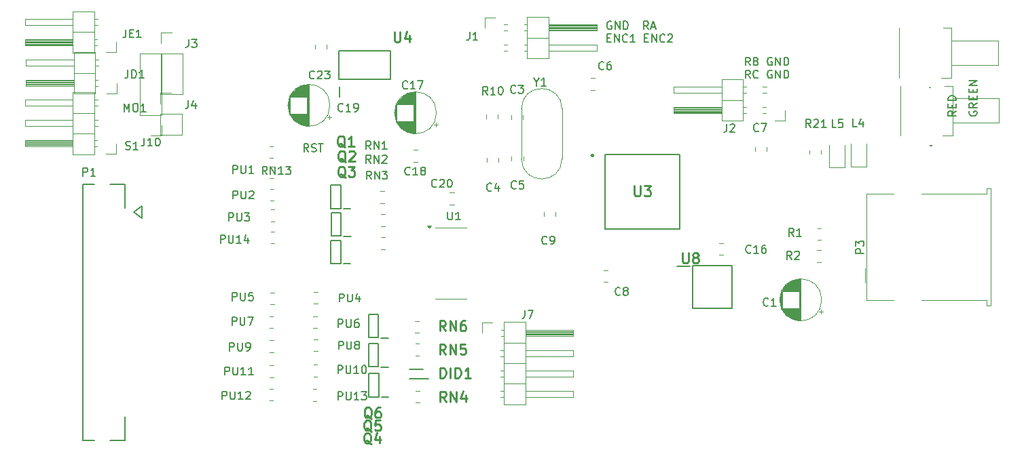
<source format=gbr>
%TF.GenerationSoftware,KiCad,Pcbnew,9.0.5*%
%TF.CreationDate,2025-10-23T08:30:37+01:00*%
%TF.ProjectId,Gotek,476f7465-6b2e-46b6-9963-61645f706362,rev?*%
%TF.SameCoordinates,Original*%
%TF.FileFunction,Legend,Top*%
%TF.FilePolarity,Positive*%
%FSLAX46Y46*%
G04 Gerber Fmt 4.6, Leading zero omitted, Abs format (unit mm)*
G04 Created by KiCad (PCBNEW 9.0.5) date 2025-10-23 08:30:37*
%MOMM*%
%LPD*%
G01*
G04 APERTURE LIST*
%ADD10C,0.150000*%
%ADD11C,0.254000*%
%ADD12C,0.120000*%
%ADD13C,0.100000*%
%ADD14C,0.200000*%
%ADD15C,0.250000*%
%ADD16C,0.152400*%
G04 APERTURE END LIST*
D10*
X207127588Y-67982936D02*
X207079969Y-68078174D01*
X207079969Y-68078174D02*
X207079969Y-68221031D01*
X207079969Y-68221031D02*
X207127588Y-68363888D01*
X207127588Y-68363888D02*
X207222826Y-68459126D01*
X207222826Y-68459126D02*
X207318064Y-68506745D01*
X207318064Y-68506745D02*
X207508540Y-68554364D01*
X207508540Y-68554364D02*
X207651397Y-68554364D01*
X207651397Y-68554364D02*
X207841873Y-68506745D01*
X207841873Y-68506745D02*
X207937111Y-68459126D01*
X207937111Y-68459126D02*
X208032350Y-68363888D01*
X208032350Y-68363888D02*
X208079969Y-68221031D01*
X208079969Y-68221031D02*
X208079969Y-68125793D01*
X208079969Y-68125793D02*
X208032350Y-67982936D01*
X208032350Y-67982936D02*
X207984730Y-67935317D01*
X207984730Y-67935317D02*
X207651397Y-67935317D01*
X207651397Y-67935317D02*
X207651397Y-68125793D01*
X208079969Y-66935317D02*
X207603778Y-67268650D01*
X208079969Y-67506745D02*
X207079969Y-67506745D01*
X207079969Y-67506745D02*
X207079969Y-67125793D01*
X207079969Y-67125793D02*
X207127588Y-67030555D01*
X207127588Y-67030555D02*
X207175207Y-66982936D01*
X207175207Y-66982936D02*
X207270445Y-66935317D01*
X207270445Y-66935317D02*
X207413302Y-66935317D01*
X207413302Y-66935317D02*
X207508540Y-66982936D01*
X207508540Y-66982936D02*
X207556159Y-67030555D01*
X207556159Y-67030555D02*
X207603778Y-67125793D01*
X207603778Y-67125793D02*
X207603778Y-67506745D01*
X207556159Y-66506745D02*
X207556159Y-66173412D01*
X208079969Y-66030555D02*
X208079969Y-66506745D01*
X208079969Y-66506745D02*
X207079969Y-66506745D01*
X207079969Y-66506745D02*
X207079969Y-66030555D01*
X207556159Y-65601983D02*
X207556159Y-65268650D01*
X208079969Y-65125793D02*
X208079969Y-65601983D01*
X208079969Y-65601983D02*
X207079969Y-65601983D01*
X207079969Y-65601983D02*
X207079969Y-65125793D01*
X208079969Y-64697221D02*
X207079969Y-64697221D01*
X207079969Y-64697221D02*
X208079969Y-64125793D01*
X208079969Y-64125793D02*
X207079969Y-64125793D01*
X162480788Y-56775244D02*
X162385550Y-56727625D01*
X162385550Y-56727625D02*
X162242693Y-56727625D01*
X162242693Y-56727625D02*
X162099836Y-56775244D01*
X162099836Y-56775244D02*
X162004598Y-56870482D01*
X162004598Y-56870482D02*
X161956979Y-56965720D01*
X161956979Y-56965720D02*
X161909360Y-57156196D01*
X161909360Y-57156196D02*
X161909360Y-57299053D01*
X161909360Y-57299053D02*
X161956979Y-57489529D01*
X161956979Y-57489529D02*
X162004598Y-57584767D01*
X162004598Y-57584767D02*
X162099836Y-57680006D01*
X162099836Y-57680006D02*
X162242693Y-57727625D01*
X162242693Y-57727625D02*
X162337931Y-57727625D01*
X162337931Y-57727625D02*
X162480788Y-57680006D01*
X162480788Y-57680006D02*
X162528407Y-57632386D01*
X162528407Y-57632386D02*
X162528407Y-57299053D01*
X162528407Y-57299053D02*
X162337931Y-57299053D01*
X162956979Y-57727625D02*
X162956979Y-56727625D01*
X162956979Y-56727625D02*
X163528407Y-57727625D01*
X163528407Y-57727625D02*
X163528407Y-56727625D01*
X164004598Y-57727625D02*
X164004598Y-56727625D01*
X164004598Y-56727625D02*
X164242693Y-56727625D01*
X164242693Y-56727625D02*
X164385550Y-56775244D01*
X164385550Y-56775244D02*
X164480788Y-56870482D01*
X164480788Y-56870482D02*
X164528407Y-56965720D01*
X164528407Y-56965720D02*
X164576026Y-57156196D01*
X164576026Y-57156196D02*
X164576026Y-57299053D01*
X164576026Y-57299053D02*
X164528407Y-57489529D01*
X164528407Y-57489529D02*
X164480788Y-57584767D01*
X164480788Y-57584767D02*
X164385550Y-57680006D01*
X164385550Y-57680006D02*
X164242693Y-57727625D01*
X164242693Y-57727625D02*
X164004598Y-57727625D01*
X167099836Y-57727625D02*
X166766503Y-57251434D01*
X166528408Y-57727625D02*
X166528408Y-56727625D01*
X166528408Y-56727625D02*
X166909360Y-56727625D01*
X166909360Y-56727625D02*
X167004598Y-56775244D01*
X167004598Y-56775244D02*
X167052217Y-56822863D01*
X167052217Y-56822863D02*
X167099836Y-56918101D01*
X167099836Y-56918101D02*
X167099836Y-57060958D01*
X167099836Y-57060958D02*
X167052217Y-57156196D01*
X167052217Y-57156196D02*
X167004598Y-57203815D01*
X167004598Y-57203815D02*
X166909360Y-57251434D01*
X166909360Y-57251434D02*
X166528408Y-57251434D01*
X167480789Y-57441910D02*
X167956979Y-57441910D01*
X167385551Y-57727625D02*
X167718884Y-56727625D01*
X167718884Y-56727625D02*
X168052217Y-57727625D01*
X161956979Y-58813759D02*
X162290312Y-58813759D01*
X162433169Y-59337569D02*
X161956979Y-59337569D01*
X161956979Y-59337569D02*
X161956979Y-58337569D01*
X161956979Y-58337569D02*
X162433169Y-58337569D01*
X162861741Y-59337569D02*
X162861741Y-58337569D01*
X162861741Y-58337569D02*
X163433169Y-59337569D01*
X163433169Y-59337569D02*
X163433169Y-58337569D01*
X164480788Y-59242330D02*
X164433169Y-59289950D01*
X164433169Y-59289950D02*
X164290312Y-59337569D01*
X164290312Y-59337569D02*
X164195074Y-59337569D01*
X164195074Y-59337569D02*
X164052217Y-59289950D01*
X164052217Y-59289950D02*
X163956979Y-59194711D01*
X163956979Y-59194711D02*
X163909360Y-59099473D01*
X163909360Y-59099473D02*
X163861741Y-58908997D01*
X163861741Y-58908997D02*
X163861741Y-58766140D01*
X163861741Y-58766140D02*
X163909360Y-58575664D01*
X163909360Y-58575664D02*
X163956979Y-58480426D01*
X163956979Y-58480426D02*
X164052217Y-58385188D01*
X164052217Y-58385188D02*
X164195074Y-58337569D01*
X164195074Y-58337569D02*
X164290312Y-58337569D01*
X164290312Y-58337569D02*
X164433169Y-58385188D01*
X164433169Y-58385188D02*
X164480788Y-58432807D01*
X165433169Y-59337569D02*
X164861741Y-59337569D01*
X165147455Y-59337569D02*
X165147455Y-58337569D01*
X165147455Y-58337569D02*
X165052217Y-58480426D01*
X165052217Y-58480426D02*
X164956979Y-58575664D01*
X164956979Y-58575664D02*
X164861741Y-58623283D01*
X166623646Y-58813759D02*
X166956979Y-58813759D01*
X167099836Y-59337569D02*
X166623646Y-59337569D01*
X166623646Y-59337569D02*
X166623646Y-58337569D01*
X166623646Y-58337569D02*
X167099836Y-58337569D01*
X167528408Y-59337569D02*
X167528408Y-58337569D01*
X167528408Y-58337569D02*
X168099836Y-59337569D01*
X168099836Y-59337569D02*
X168099836Y-58337569D01*
X169147455Y-59242330D02*
X169099836Y-59289950D01*
X169099836Y-59289950D02*
X168956979Y-59337569D01*
X168956979Y-59337569D02*
X168861741Y-59337569D01*
X168861741Y-59337569D02*
X168718884Y-59289950D01*
X168718884Y-59289950D02*
X168623646Y-59194711D01*
X168623646Y-59194711D02*
X168576027Y-59099473D01*
X168576027Y-59099473D02*
X168528408Y-58908997D01*
X168528408Y-58908997D02*
X168528408Y-58766140D01*
X168528408Y-58766140D02*
X168576027Y-58575664D01*
X168576027Y-58575664D02*
X168623646Y-58480426D01*
X168623646Y-58480426D02*
X168718884Y-58385188D01*
X168718884Y-58385188D02*
X168861741Y-58337569D01*
X168861741Y-58337569D02*
X168956979Y-58337569D01*
X168956979Y-58337569D02*
X169099836Y-58385188D01*
X169099836Y-58385188D02*
X169147455Y-58432807D01*
X169528408Y-58432807D02*
X169576027Y-58385188D01*
X169576027Y-58385188D02*
X169671265Y-58337569D01*
X169671265Y-58337569D02*
X169909360Y-58337569D01*
X169909360Y-58337569D02*
X170004598Y-58385188D01*
X170004598Y-58385188D02*
X170052217Y-58432807D01*
X170052217Y-58432807D02*
X170099836Y-58528045D01*
X170099836Y-58528045D02*
X170099836Y-58623283D01*
X170099836Y-58623283D02*
X170052217Y-58766140D01*
X170052217Y-58766140D02*
X169480789Y-59337569D01*
X169480789Y-59337569D02*
X170099836Y-59337569D01*
X179785982Y-62236450D02*
X179452649Y-61760259D01*
X179214554Y-62236450D02*
X179214554Y-61236450D01*
X179214554Y-61236450D02*
X179595506Y-61236450D01*
X179595506Y-61236450D02*
X179690744Y-61284069D01*
X179690744Y-61284069D02*
X179738363Y-61331688D01*
X179738363Y-61331688D02*
X179785982Y-61426926D01*
X179785982Y-61426926D02*
X179785982Y-61569783D01*
X179785982Y-61569783D02*
X179738363Y-61665021D01*
X179738363Y-61665021D02*
X179690744Y-61712640D01*
X179690744Y-61712640D02*
X179595506Y-61760259D01*
X179595506Y-61760259D02*
X179214554Y-61760259D01*
X180547887Y-61712640D02*
X180690744Y-61760259D01*
X180690744Y-61760259D02*
X180738363Y-61807878D01*
X180738363Y-61807878D02*
X180785982Y-61903116D01*
X180785982Y-61903116D02*
X180785982Y-62045973D01*
X180785982Y-62045973D02*
X180738363Y-62141211D01*
X180738363Y-62141211D02*
X180690744Y-62188831D01*
X180690744Y-62188831D02*
X180595506Y-62236450D01*
X180595506Y-62236450D02*
X180214554Y-62236450D01*
X180214554Y-62236450D02*
X180214554Y-61236450D01*
X180214554Y-61236450D02*
X180547887Y-61236450D01*
X180547887Y-61236450D02*
X180643125Y-61284069D01*
X180643125Y-61284069D02*
X180690744Y-61331688D01*
X180690744Y-61331688D02*
X180738363Y-61426926D01*
X180738363Y-61426926D02*
X180738363Y-61522164D01*
X180738363Y-61522164D02*
X180690744Y-61617402D01*
X180690744Y-61617402D02*
X180643125Y-61665021D01*
X180643125Y-61665021D02*
X180547887Y-61712640D01*
X180547887Y-61712640D02*
X180214554Y-61712640D01*
X182500268Y-61284069D02*
X182405030Y-61236450D01*
X182405030Y-61236450D02*
X182262173Y-61236450D01*
X182262173Y-61236450D02*
X182119316Y-61284069D01*
X182119316Y-61284069D02*
X182024078Y-61379307D01*
X182024078Y-61379307D02*
X181976459Y-61474545D01*
X181976459Y-61474545D02*
X181928840Y-61665021D01*
X181928840Y-61665021D02*
X181928840Y-61807878D01*
X181928840Y-61807878D02*
X181976459Y-61998354D01*
X181976459Y-61998354D02*
X182024078Y-62093592D01*
X182024078Y-62093592D02*
X182119316Y-62188831D01*
X182119316Y-62188831D02*
X182262173Y-62236450D01*
X182262173Y-62236450D02*
X182357411Y-62236450D01*
X182357411Y-62236450D02*
X182500268Y-62188831D01*
X182500268Y-62188831D02*
X182547887Y-62141211D01*
X182547887Y-62141211D02*
X182547887Y-61807878D01*
X182547887Y-61807878D02*
X182357411Y-61807878D01*
X182976459Y-62236450D02*
X182976459Y-61236450D01*
X182976459Y-61236450D02*
X183547887Y-62236450D01*
X183547887Y-62236450D02*
X183547887Y-61236450D01*
X184024078Y-62236450D02*
X184024078Y-61236450D01*
X184024078Y-61236450D02*
X184262173Y-61236450D01*
X184262173Y-61236450D02*
X184405030Y-61284069D01*
X184405030Y-61284069D02*
X184500268Y-61379307D01*
X184500268Y-61379307D02*
X184547887Y-61474545D01*
X184547887Y-61474545D02*
X184595506Y-61665021D01*
X184595506Y-61665021D02*
X184595506Y-61807878D01*
X184595506Y-61807878D02*
X184547887Y-61998354D01*
X184547887Y-61998354D02*
X184500268Y-62093592D01*
X184500268Y-62093592D02*
X184405030Y-62188831D01*
X184405030Y-62188831D02*
X184262173Y-62236450D01*
X184262173Y-62236450D02*
X184024078Y-62236450D01*
X179785982Y-63846394D02*
X179452649Y-63370203D01*
X179214554Y-63846394D02*
X179214554Y-62846394D01*
X179214554Y-62846394D02*
X179595506Y-62846394D01*
X179595506Y-62846394D02*
X179690744Y-62894013D01*
X179690744Y-62894013D02*
X179738363Y-62941632D01*
X179738363Y-62941632D02*
X179785982Y-63036870D01*
X179785982Y-63036870D02*
X179785982Y-63179727D01*
X179785982Y-63179727D02*
X179738363Y-63274965D01*
X179738363Y-63274965D02*
X179690744Y-63322584D01*
X179690744Y-63322584D02*
X179595506Y-63370203D01*
X179595506Y-63370203D02*
X179214554Y-63370203D01*
X180785982Y-63751155D02*
X180738363Y-63798775D01*
X180738363Y-63798775D02*
X180595506Y-63846394D01*
X180595506Y-63846394D02*
X180500268Y-63846394D01*
X180500268Y-63846394D02*
X180357411Y-63798775D01*
X180357411Y-63798775D02*
X180262173Y-63703536D01*
X180262173Y-63703536D02*
X180214554Y-63608298D01*
X180214554Y-63608298D02*
X180166935Y-63417822D01*
X180166935Y-63417822D02*
X180166935Y-63274965D01*
X180166935Y-63274965D02*
X180214554Y-63084489D01*
X180214554Y-63084489D02*
X180262173Y-62989251D01*
X180262173Y-62989251D02*
X180357411Y-62894013D01*
X180357411Y-62894013D02*
X180500268Y-62846394D01*
X180500268Y-62846394D02*
X180595506Y-62846394D01*
X180595506Y-62846394D02*
X180738363Y-62894013D01*
X180738363Y-62894013D02*
X180785982Y-62941632D01*
X182500268Y-62894013D02*
X182405030Y-62846394D01*
X182405030Y-62846394D02*
X182262173Y-62846394D01*
X182262173Y-62846394D02*
X182119316Y-62894013D01*
X182119316Y-62894013D02*
X182024078Y-62989251D01*
X182024078Y-62989251D02*
X181976459Y-63084489D01*
X181976459Y-63084489D02*
X181928840Y-63274965D01*
X181928840Y-63274965D02*
X181928840Y-63417822D01*
X181928840Y-63417822D02*
X181976459Y-63608298D01*
X181976459Y-63608298D02*
X182024078Y-63703536D01*
X182024078Y-63703536D02*
X182119316Y-63798775D01*
X182119316Y-63798775D02*
X182262173Y-63846394D01*
X182262173Y-63846394D02*
X182357411Y-63846394D01*
X182357411Y-63846394D02*
X182500268Y-63798775D01*
X182500268Y-63798775D02*
X182547887Y-63751155D01*
X182547887Y-63751155D02*
X182547887Y-63417822D01*
X182547887Y-63417822D02*
X182357411Y-63417822D01*
X182976459Y-63846394D02*
X182976459Y-62846394D01*
X182976459Y-62846394D02*
X183547887Y-63846394D01*
X183547887Y-63846394D02*
X183547887Y-62846394D01*
X184024078Y-63846394D02*
X184024078Y-62846394D01*
X184024078Y-62846394D02*
X184262173Y-62846394D01*
X184262173Y-62846394D02*
X184405030Y-62894013D01*
X184405030Y-62894013D02*
X184500268Y-62989251D01*
X184500268Y-62989251D02*
X184547887Y-63084489D01*
X184547887Y-63084489D02*
X184595506Y-63274965D01*
X184595506Y-63274965D02*
X184595506Y-63417822D01*
X184595506Y-63417822D02*
X184547887Y-63608298D01*
X184547887Y-63608298D02*
X184500268Y-63703536D01*
X184500268Y-63703536D02*
X184405030Y-63798775D01*
X184405030Y-63798775D02*
X184262173Y-63846394D01*
X184262173Y-63846394D02*
X184024078Y-63846394D01*
X101920910Y-72710675D02*
X102063767Y-72758294D01*
X102063767Y-72758294D02*
X102301862Y-72758294D01*
X102301862Y-72758294D02*
X102397100Y-72710675D01*
X102397100Y-72710675D02*
X102444719Y-72663055D01*
X102444719Y-72663055D02*
X102492338Y-72567817D01*
X102492338Y-72567817D02*
X102492338Y-72472579D01*
X102492338Y-72472579D02*
X102444719Y-72377341D01*
X102444719Y-72377341D02*
X102397100Y-72329722D01*
X102397100Y-72329722D02*
X102301862Y-72282103D01*
X102301862Y-72282103D02*
X102111386Y-72234484D01*
X102111386Y-72234484D02*
X102016148Y-72186865D01*
X102016148Y-72186865D02*
X101968529Y-72139246D01*
X101968529Y-72139246D02*
X101920910Y-72044008D01*
X101920910Y-72044008D02*
X101920910Y-71948770D01*
X101920910Y-71948770D02*
X101968529Y-71853532D01*
X101968529Y-71853532D02*
X102016148Y-71805913D01*
X102016148Y-71805913D02*
X102111386Y-71758294D01*
X102111386Y-71758294D02*
X102349481Y-71758294D01*
X102349481Y-71758294D02*
X102492338Y-71805913D01*
X103444719Y-72758294D02*
X102873291Y-72758294D01*
X103159005Y-72758294D02*
X103159005Y-71758294D01*
X103159005Y-71758294D02*
X103063767Y-71901151D01*
X103063767Y-71901151D02*
X102968529Y-71996389D01*
X102968529Y-71996389D02*
X102873291Y-72044008D01*
X205463769Y-67935317D02*
X204987578Y-68268650D01*
X205463769Y-68506745D02*
X204463769Y-68506745D01*
X204463769Y-68506745D02*
X204463769Y-68125793D01*
X204463769Y-68125793D02*
X204511388Y-68030555D01*
X204511388Y-68030555D02*
X204559007Y-67982936D01*
X204559007Y-67982936D02*
X204654245Y-67935317D01*
X204654245Y-67935317D02*
X204797102Y-67935317D01*
X204797102Y-67935317D02*
X204892340Y-67982936D01*
X204892340Y-67982936D02*
X204939959Y-68030555D01*
X204939959Y-68030555D02*
X204987578Y-68125793D01*
X204987578Y-68125793D02*
X204987578Y-68506745D01*
X204939959Y-67506745D02*
X204939959Y-67173412D01*
X205463769Y-67030555D02*
X205463769Y-67506745D01*
X205463769Y-67506745D02*
X204463769Y-67506745D01*
X204463769Y-67506745D02*
X204463769Y-67030555D01*
X205463769Y-66601983D02*
X204463769Y-66601983D01*
X204463769Y-66601983D02*
X204463769Y-66363888D01*
X204463769Y-66363888D02*
X204511388Y-66221031D01*
X204511388Y-66221031D02*
X204606626Y-66125793D01*
X204606626Y-66125793D02*
X204701864Y-66078174D01*
X204701864Y-66078174D02*
X204892340Y-66030555D01*
X204892340Y-66030555D02*
X205035197Y-66030555D01*
X205035197Y-66030555D02*
X205225673Y-66078174D01*
X205225673Y-66078174D02*
X205320911Y-66125793D01*
X205320911Y-66125793D02*
X205416150Y-66221031D01*
X205416150Y-66221031D02*
X205463769Y-66363888D01*
X205463769Y-66363888D02*
X205463769Y-66601983D01*
X124726857Y-73024994D02*
X124393524Y-72548803D01*
X124155429Y-73024994D02*
X124155429Y-72024994D01*
X124155429Y-72024994D02*
X124536381Y-72024994D01*
X124536381Y-72024994D02*
X124631619Y-72072613D01*
X124631619Y-72072613D02*
X124679238Y-72120232D01*
X124679238Y-72120232D02*
X124726857Y-72215470D01*
X124726857Y-72215470D02*
X124726857Y-72358327D01*
X124726857Y-72358327D02*
X124679238Y-72453565D01*
X124679238Y-72453565D02*
X124631619Y-72501184D01*
X124631619Y-72501184D02*
X124536381Y-72548803D01*
X124536381Y-72548803D02*
X124155429Y-72548803D01*
X125107810Y-72977375D02*
X125250667Y-73024994D01*
X125250667Y-73024994D02*
X125488762Y-73024994D01*
X125488762Y-73024994D02*
X125584000Y-72977375D01*
X125584000Y-72977375D02*
X125631619Y-72929755D01*
X125631619Y-72929755D02*
X125679238Y-72834517D01*
X125679238Y-72834517D02*
X125679238Y-72739279D01*
X125679238Y-72739279D02*
X125631619Y-72644041D01*
X125631619Y-72644041D02*
X125584000Y-72596422D01*
X125584000Y-72596422D02*
X125488762Y-72548803D01*
X125488762Y-72548803D02*
X125298286Y-72501184D01*
X125298286Y-72501184D02*
X125203048Y-72453565D01*
X125203048Y-72453565D02*
X125155429Y-72405946D01*
X125155429Y-72405946D02*
X125107810Y-72310708D01*
X125107810Y-72310708D02*
X125107810Y-72215470D01*
X125107810Y-72215470D02*
X125155429Y-72120232D01*
X125155429Y-72120232D02*
X125203048Y-72072613D01*
X125203048Y-72072613D02*
X125298286Y-72024994D01*
X125298286Y-72024994D02*
X125536381Y-72024994D01*
X125536381Y-72024994D02*
X125679238Y-72072613D01*
X125964953Y-72024994D02*
X126536381Y-72024994D01*
X126250667Y-73024994D02*
X126250667Y-72024994D01*
X104248051Y-71301894D02*
X104248051Y-72016179D01*
X104248051Y-72016179D02*
X104200432Y-72159036D01*
X104200432Y-72159036D02*
X104105194Y-72254275D01*
X104105194Y-72254275D02*
X103962337Y-72301894D01*
X103962337Y-72301894D02*
X103867099Y-72301894D01*
X105248051Y-72301894D02*
X104676623Y-72301894D01*
X104962337Y-72301894D02*
X104962337Y-71301894D01*
X104962337Y-71301894D02*
X104867099Y-71444751D01*
X104867099Y-71444751D02*
X104771861Y-71539989D01*
X104771861Y-71539989D02*
X104676623Y-71587608D01*
X105867099Y-71301894D02*
X105962337Y-71301894D01*
X105962337Y-71301894D02*
X106057575Y-71349513D01*
X106057575Y-71349513D02*
X106105194Y-71397132D01*
X106105194Y-71397132D02*
X106152813Y-71492370D01*
X106152813Y-71492370D02*
X106200432Y-71682846D01*
X106200432Y-71682846D02*
X106200432Y-71920941D01*
X106200432Y-71920941D02*
X106152813Y-72111417D01*
X106152813Y-72111417D02*
X106105194Y-72206655D01*
X106105194Y-72206655D02*
X106057575Y-72254275D01*
X106057575Y-72254275D02*
X105962337Y-72301894D01*
X105962337Y-72301894D02*
X105867099Y-72301894D01*
X105867099Y-72301894D02*
X105771861Y-72254275D01*
X105771861Y-72254275D02*
X105724242Y-72206655D01*
X105724242Y-72206655D02*
X105676623Y-72111417D01*
X105676623Y-72111417D02*
X105629004Y-71920941D01*
X105629004Y-71920941D02*
X105629004Y-71682846D01*
X105629004Y-71682846D02*
X105676623Y-71492370D01*
X105676623Y-71492370D02*
X105724242Y-71397132D01*
X105724242Y-71397132D02*
X105771861Y-71349513D01*
X105771861Y-71349513D02*
X105867099Y-71301894D01*
X151705041Y-92838519D02*
X151705041Y-93552804D01*
X151705041Y-93552804D02*
X151657422Y-93695661D01*
X151657422Y-93695661D02*
X151562184Y-93790900D01*
X151562184Y-93790900D02*
X151419327Y-93838519D01*
X151419327Y-93838519D02*
X151324089Y-93838519D01*
X152085994Y-92838519D02*
X152752660Y-92838519D01*
X152752660Y-92838519D02*
X152324089Y-93838519D01*
X115251070Y-91634469D02*
X115251070Y-90634469D01*
X115251070Y-90634469D02*
X115632022Y-90634469D01*
X115632022Y-90634469D02*
X115727260Y-90682088D01*
X115727260Y-90682088D02*
X115774879Y-90729707D01*
X115774879Y-90729707D02*
X115822498Y-90824945D01*
X115822498Y-90824945D02*
X115822498Y-90967802D01*
X115822498Y-90967802D02*
X115774879Y-91063040D01*
X115774879Y-91063040D02*
X115727260Y-91110659D01*
X115727260Y-91110659D02*
X115632022Y-91158278D01*
X115632022Y-91158278D02*
X115251070Y-91158278D01*
X116251070Y-90634469D02*
X116251070Y-91443992D01*
X116251070Y-91443992D02*
X116298689Y-91539230D01*
X116298689Y-91539230D02*
X116346308Y-91586850D01*
X116346308Y-91586850D02*
X116441546Y-91634469D01*
X116441546Y-91634469D02*
X116632022Y-91634469D01*
X116632022Y-91634469D02*
X116727260Y-91586850D01*
X116727260Y-91586850D02*
X116774879Y-91539230D01*
X116774879Y-91539230D02*
X116822498Y-91443992D01*
X116822498Y-91443992D02*
X116822498Y-90634469D01*
X117774879Y-90634469D02*
X117298689Y-90634469D01*
X117298689Y-90634469D02*
X117251070Y-91110659D01*
X117251070Y-91110659D02*
X117298689Y-91063040D01*
X117298689Y-91063040D02*
X117393927Y-91015421D01*
X117393927Y-91015421D02*
X117632022Y-91015421D01*
X117632022Y-91015421D02*
X117727260Y-91063040D01*
X117727260Y-91063040D02*
X117774879Y-91110659D01*
X117774879Y-91110659D02*
X117822498Y-91205897D01*
X117822498Y-91205897D02*
X117822498Y-91443992D01*
X117822498Y-91443992D02*
X117774879Y-91539230D01*
X117774879Y-91539230D02*
X117727260Y-91586850D01*
X117727260Y-91586850D02*
X117632022Y-91634469D01*
X117632022Y-91634469D02*
X117393927Y-91634469D01*
X117393927Y-91634469D02*
X117298689Y-91586850D01*
X117298689Y-91586850D02*
X117251070Y-91539230D01*
X147556558Y-77858155D02*
X147508939Y-77905775D01*
X147508939Y-77905775D02*
X147366082Y-77953394D01*
X147366082Y-77953394D02*
X147270844Y-77953394D01*
X147270844Y-77953394D02*
X147127987Y-77905775D01*
X147127987Y-77905775D02*
X147032749Y-77810536D01*
X147032749Y-77810536D02*
X146985130Y-77715298D01*
X146985130Y-77715298D02*
X146937511Y-77524822D01*
X146937511Y-77524822D02*
X146937511Y-77381965D01*
X146937511Y-77381965D02*
X146985130Y-77191489D01*
X146985130Y-77191489D02*
X147032749Y-77096251D01*
X147032749Y-77096251D02*
X147127987Y-77001013D01*
X147127987Y-77001013D02*
X147270844Y-76953394D01*
X147270844Y-76953394D02*
X147366082Y-76953394D01*
X147366082Y-76953394D02*
X147508939Y-77001013D01*
X147508939Y-77001013D02*
X147556558Y-77048632D01*
X148413701Y-77286727D02*
X148413701Y-77953394D01*
X148175606Y-76905775D02*
X147937511Y-77620060D01*
X147937511Y-77620060D02*
X148556558Y-77620060D01*
X182052933Y-92212330D02*
X182005314Y-92259950D01*
X182005314Y-92259950D02*
X181862457Y-92307569D01*
X181862457Y-92307569D02*
X181767219Y-92307569D01*
X181767219Y-92307569D02*
X181624362Y-92259950D01*
X181624362Y-92259950D02*
X181529124Y-92164711D01*
X181529124Y-92164711D02*
X181481505Y-92069473D01*
X181481505Y-92069473D02*
X181433886Y-91878997D01*
X181433886Y-91878997D02*
X181433886Y-91736140D01*
X181433886Y-91736140D02*
X181481505Y-91545664D01*
X181481505Y-91545664D02*
X181529124Y-91450426D01*
X181529124Y-91450426D02*
X181624362Y-91355188D01*
X181624362Y-91355188D02*
X181767219Y-91307569D01*
X181767219Y-91307569D02*
X181862457Y-91307569D01*
X181862457Y-91307569D02*
X182005314Y-91355188D01*
X182005314Y-91355188D02*
X182052933Y-91402807D01*
X183005314Y-92307569D02*
X182433886Y-92307569D01*
X182719600Y-92307569D02*
X182719600Y-91307569D01*
X182719600Y-91307569D02*
X182624362Y-91450426D01*
X182624362Y-91450426D02*
X182529124Y-91545664D01*
X182529124Y-91545664D02*
X182433886Y-91593283D01*
D11*
X132584522Y-107988045D02*
X132463570Y-107927569D01*
X132463570Y-107927569D02*
X132342617Y-107806617D01*
X132342617Y-107806617D02*
X132161189Y-107625188D01*
X132161189Y-107625188D02*
X132040236Y-107564712D01*
X132040236Y-107564712D02*
X131919284Y-107564712D01*
X131979760Y-107867093D02*
X131858808Y-107806617D01*
X131858808Y-107806617D02*
X131737855Y-107685664D01*
X131737855Y-107685664D02*
X131677379Y-107443759D01*
X131677379Y-107443759D02*
X131677379Y-107020426D01*
X131677379Y-107020426D02*
X131737855Y-106778521D01*
X131737855Y-106778521D02*
X131858808Y-106657569D01*
X131858808Y-106657569D02*
X131979760Y-106597093D01*
X131979760Y-106597093D02*
X132221665Y-106597093D01*
X132221665Y-106597093D02*
X132342617Y-106657569D01*
X132342617Y-106657569D02*
X132463570Y-106778521D01*
X132463570Y-106778521D02*
X132524046Y-107020426D01*
X132524046Y-107020426D02*
X132524046Y-107443759D01*
X132524046Y-107443759D02*
X132463570Y-107685664D01*
X132463570Y-107685664D02*
X132342617Y-107806617D01*
X132342617Y-107806617D02*
X132221665Y-107867093D01*
X132221665Y-107867093D02*
X131979760Y-107867093D01*
X133673093Y-106597093D02*
X133068331Y-106597093D01*
X133068331Y-106597093D02*
X133007855Y-107201855D01*
X133007855Y-107201855D02*
X133068331Y-107141378D01*
X133068331Y-107141378D02*
X133189284Y-107080902D01*
X133189284Y-107080902D02*
X133491665Y-107080902D01*
X133491665Y-107080902D02*
X133612617Y-107141378D01*
X133612617Y-107141378D02*
X133673093Y-107201855D01*
X133673093Y-107201855D02*
X133733570Y-107322807D01*
X133733570Y-107322807D02*
X133733570Y-107625188D01*
X133733570Y-107625188D02*
X133673093Y-107746140D01*
X133673093Y-107746140D02*
X133612617Y-107806617D01*
X133612617Y-107806617D02*
X133491665Y-107867093D01*
X133491665Y-107867093D02*
X133189284Y-107867093D01*
X133189284Y-107867093D02*
X133068331Y-107806617D01*
X133068331Y-107806617D02*
X133007855Y-107746140D01*
X141880495Y-104250768D02*
X141457161Y-103646006D01*
X141154780Y-104250768D02*
X141154780Y-102980768D01*
X141154780Y-102980768D02*
X141638590Y-102980768D01*
X141638590Y-102980768D02*
X141759542Y-103041244D01*
X141759542Y-103041244D02*
X141820019Y-103101720D01*
X141820019Y-103101720D02*
X141880495Y-103222672D01*
X141880495Y-103222672D02*
X141880495Y-103404101D01*
X141880495Y-103404101D02*
X141820019Y-103525053D01*
X141820019Y-103525053D02*
X141759542Y-103585530D01*
X141759542Y-103585530D02*
X141638590Y-103646006D01*
X141638590Y-103646006D02*
X141154780Y-103646006D01*
X142424780Y-104250768D02*
X142424780Y-102980768D01*
X142424780Y-102980768D02*
X143150495Y-104250768D01*
X143150495Y-104250768D02*
X143150495Y-102980768D01*
X144299542Y-103404101D02*
X144299542Y-104250768D01*
X143997161Y-102920292D02*
X143694780Y-103827434D01*
X143694780Y-103827434D02*
X144480971Y-103827434D01*
X132606572Y-106383995D02*
X132485620Y-106323519D01*
X132485620Y-106323519D02*
X132364667Y-106202567D01*
X132364667Y-106202567D02*
X132183239Y-106021138D01*
X132183239Y-106021138D02*
X132062286Y-105960662D01*
X132062286Y-105960662D02*
X131941334Y-105960662D01*
X132001810Y-106263043D02*
X131880858Y-106202567D01*
X131880858Y-106202567D02*
X131759905Y-106081614D01*
X131759905Y-106081614D02*
X131699429Y-105839709D01*
X131699429Y-105839709D02*
X131699429Y-105416376D01*
X131699429Y-105416376D02*
X131759905Y-105174471D01*
X131759905Y-105174471D02*
X131880858Y-105053519D01*
X131880858Y-105053519D02*
X132001810Y-104993043D01*
X132001810Y-104993043D02*
X132243715Y-104993043D01*
X132243715Y-104993043D02*
X132364667Y-105053519D01*
X132364667Y-105053519D02*
X132485620Y-105174471D01*
X132485620Y-105174471D02*
X132546096Y-105416376D01*
X132546096Y-105416376D02*
X132546096Y-105839709D01*
X132546096Y-105839709D02*
X132485620Y-106081614D01*
X132485620Y-106081614D02*
X132364667Y-106202567D01*
X132364667Y-106202567D02*
X132243715Y-106263043D01*
X132243715Y-106263043D02*
X132001810Y-106263043D01*
X133634667Y-104993043D02*
X133392762Y-104993043D01*
X133392762Y-104993043D02*
X133271810Y-105053519D01*
X133271810Y-105053519D02*
X133211334Y-105113995D01*
X133211334Y-105113995D02*
X133090381Y-105295424D01*
X133090381Y-105295424D02*
X133029905Y-105537328D01*
X133029905Y-105537328D02*
X133029905Y-106021138D01*
X133029905Y-106021138D02*
X133090381Y-106142090D01*
X133090381Y-106142090D02*
X133150858Y-106202567D01*
X133150858Y-106202567D02*
X133271810Y-106263043D01*
X133271810Y-106263043D02*
X133513715Y-106263043D01*
X133513715Y-106263043D02*
X133634667Y-106202567D01*
X133634667Y-106202567D02*
X133695143Y-106142090D01*
X133695143Y-106142090D02*
X133755620Y-106021138D01*
X133755620Y-106021138D02*
X133755620Y-105718757D01*
X133755620Y-105718757D02*
X133695143Y-105597805D01*
X133695143Y-105597805D02*
X133634667Y-105537328D01*
X133634667Y-105537328D02*
X133513715Y-105476852D01*
X133513715Y-105476852D02*
X133271810Y-105476852D01*
X133271810Y-105476852D02*
X133150858Y-105537328D01*
X133150858Y-105537328D02*
X133090381Y-105597805D01*
X133090381Y-105597805D02*
X133029905Y-105718757D01*
D10*
X190501608Y-70006369D02*
X190025418Y-70006369D01*
X190025418Y-70006369D02*
X190025418Y-69006369D01*
X191311132Y-69006369D02*
X190834942Y-69006369D01*
X190834942Y-69006369D02*
X190787323Y-69482559D01*
X190787323Y-69482559D02*
X190834942Y-69434940D01*
X190834942Y-69434940D02*
X190930180Y-69387321D01*
X190930180Y-69387321D02*
X191168275Y-69387321D01*
X191168275Y-69387321D02*
X191263513Y-69434940D01*
X191263513Y-69434940D02*
X191311132Y-69482559D01*
X191311132Y-69482559D02*
X191358751Y-69577797D01*
X191358751Y-69577797D02*
X191358751Y-69815892D01*
X191358751Y-69815892D02*
X191311132Y-69911130D01*
X191311132Y-69911130D02*
X191263513Y-69958750D01*
X191263513Y-69958750D02*
X191168275Y-70006369D01*
X191168275Y-70006369D02*
X190930180Y-70006369D01*
X190930180Y-70006369D02*
X190834942Y-69958750D01*
X190834942Y-69958750D02*
X190787323Y-69911130D01*
X140697892Y-77372380D02*
X140650273Y-77420000D01*
X140650273Y-77420000D02*
X140507416Y-77467619D01*
X140507416Y-77467619D02*
X140412178Y-77467619D01*
X140412178Y-77467619D02*
X140269321Y-77420000D01*
X140269321Y-77420000D02*
X140174083Y-77324761D01*
X140174083Y-77324761D02*
X140126464Y-77229523D01*
X140126464Y-77229523D02*
X140078845Y-77039047D01*
X140078845Y-77039047D02*
X140078845Y-76896190D01*
X140078845Y-76896190D02*
X140126464Y-76705714D01*
X140126464Y-76705714D02*
X140174083Y-76610476D01*
X140174083Y-76610476D02*
X140269321Y-76515238D01*
X140269321Y-76515238D02*
X140412178Y-76467619D01*
X140412178Y-76467619D02*
X140507416Y-76467619D01*
X140507416Y-76467619D02*
X140650273Y-76515238D01*
X140650273Y-76515238D02*
X140697892Y-76562857D01*
X141078845Y-76562857D02*
X141126464Y-76515238D01*
X141126464Y-76515238D02*
X141221702Y-76467619D01*
X141221702Y-76467619D02*
X141459797Y-76467619D01*
X141459797Y-76467619D02*
X141555035Y-76515238D01*
X141555035Y-76515238D02*
X141602654Y-76562857D01*
X141602654Y-76562857D02*
X141650273Y-76658095D01*
X141650273Y-76658095D02*
X141650273Y-76753333D01*
X141650273Y-76753333D02*
X141602654Y-76896190D01*
X141602654Y-76896190D02*
X141031226Y-77467619D01*
X141031226Y-77467619D02*
X141650273Y-77467619D01*
X142269321Y-76467619D02*
X142364559Y-76467619D01*
X142364559Y-76467619D02*
X142459797Y-76515238D01*
X142459797Y-76515238D02*
X142507416Y-76562857D01*
X142507416Y-76562857D02*
X142555035Y-76658095D01*
X142555035Y-76658095D02*
X142602654Y-76848571D01*
X142602654Y-76848571D02*
X142602654Y-77086666D01*
X142602654Y-77086666D02*
X142555035Y-77277142D01*
X142555035Y-77277142D02*
X142507416Y-77372380D01*
X142507416Y-77372380D02*
X142459797Y-77420000D01*
X142459797Y-77420000D02*
X142364559Y-77467619D01*
X142364559Y-77467619D02*
X142269321Y-77467619D01*
X142269321Y-77467619D02*
X142174083Y-77420000D01*
X142174083Y-77420000D02*
X142126464Y-77372380D01*
X142126464Y-77372380D02*
X142078845Y-77277142D01*
X142078845Y-77277142D02*
X142031226Y-77086666D01*
X142031226Y-77086666D02*
X142031226Y-76848571D01*
X142031226Y-76848571D02*
X142078845Y-76658095D01*
X142078845Y-76658095D02*
X142126464Y-76562857D01*
X142126464Y-76562857D02*
X142174083Y-76515238D01*
X142174083Y-76515238D02*
X142269321Y-76467619D01*
X137066930Y-65088305D02*
X137019311Y-65135925D01*
X137019311Y-65135925D02*
X136876454Y-65183544D01*
X136876454Y-65183544D02*
X136781216Y-65183544D01*
X136781216Y-65183544D02*
X136638359Y-65135925D01*
X136638359Y-65135925D02*
X136543121Y-65040686D01*
X136543121Y-65040686D02*
X136495502Y-64945448D01*
X136495502Y-64945448D02*
X136447883Y-64754972D01*
X136447883Y-64754972D02*
X136447883Y-64612115D01*
X136447883Y-64612115D02*
X136495502Y-64421639D01*
X136495502Y-64421639D02*
X136543121Y-64326401D01*
X136543121Y-64326401D02*
X136638359Y-64231163D01*
X136638359Y-64231163D02*
X136781216Y-64183544D01*
X136781216Y-64183544D02*
X136876454Y-64183544D01*
X136876454Y-64183544D02*
X137019311Y-64231163D01*
X137019311Y-64231163D02*
X137066930Y-64278782D01*
X138019311Y-65183544D02*
X137447883Y-65183544D01*
X137733597Y-65183544D02*
X137733597Y-64183544D01*
X137733597Y-64183544D02*
X137638359Y-64326401D01*
X137638359Y-64326401D02*
X137543121Y-64421639D01*
X137543121Y-64421639D02*
X137447883Y-64469258D01*
X138352645Y-64183544D02*
X139019311Y-64183544D01*
X139019311Y-64183544D02*
X138590740Y-65183544D01*
X144808616Y-58078019D02*
X144808616Y-58792304D01*
X144808616Y-58792304D02*
X144760997Y-58935161D01*
X144760997Y-58935161D02*
X144665759Y-59030400D01*
X144665759Y-59030400D02*
X144522902Y-59078019D01*
X144522902Y-59078019D02*
X144427664Y-59078019D01*
X145808616Y-59078019D02*
X145237188Y-59078019D01*
X145522902Y-59078019D02*
X145522902Y-58078019D01*
X145522902Y-58078019D02*
X145427664Y-58220876D01*
X145427664Y-58220876D02*
X145332426Y-58316114D01*
X145332426Y-58316114D02*
X145237188Y-58363733D01*
X113974780Y-103975694D02*
X113974780Y-102975694D01*
X113974780Y-102975694D02*
X114355732Y-102975694D01*
X114355732Y-102975694D02*
X114450970Y-103023313D01*
X114450970Y-103023313D02*
X114498589Y-103070932D01*
X114498589Y-103070932D02*
X114546208Y-103166170D01*
X114546208Y-103166170D02*
X114546208Y-103309027D01*
X114546208Y-103309027D02*
X114498589Y-103404265D01*
X114498589Y-103404265D02*
X114450970Y-103451884D01*
X114450970Y-103451884D02*
X114355732Y-103499503D01*
X114355732Y-103499503D02*
X113974780Y-103499503D01*
X114974780Y-102975694D02*
X114974780Y-103785217D01*
X114974780Y-103785217D02*
X115022399Y-103880455D01*
X115022399Y-103880455D02*
X115070018Y-103928075D01*
X115070018Y-103928075D02*
X115165256Y-103975694D01*
X115165256Y-103975694D02*
X115355732Y-103975694D01*
X115355732Y-103975694D02*
X115450970Y-103928075D01*
X115450970Y-103928075D02*
X115498589Y-103880455D01*
X115498589Y-103880455D02*
X115546208Y-103785217D01*
X115546208Y-103785217D02*
X115546208Y-102975694D01*
X116546208Y-103975694D02*
X115974780Y-103975694D01*
X116260494Y-103975694D02*
X116260494Y-102975694D01*
X116260494Y-102975694D02*
X116165256Y-103118551D01*
X116165256Y-103118551D02*
X116070018Y-103213789D01*
X116070018Y-103213789D02*
X115974780Y-103261408D01*
X116927161Y-103070932D02*
X116974780Y-103023313D01*
X116974780Y-103023313D02*
X117070018Y-102975694D01*
X117070018Y-102975694D02*
X117308113Y-102975694D01*
X117308113Y-102975694D02*
X117403351Y-103023313D01*
X117403351Y-103023313D02*
X117450970Y-103070932D01*
X117450970Y-103070932D02*
X117498589Y-103166170D01*
X117498589Y-103166170D02*
X117498589Y-103261408D01*
X117498589Y-103261408D02*
X117450970Y-103404265D01*
X117450970Y-103404265D02*
X116879542Y-103975694D01*
X116879542Y-103975694D02*
X117498589Y-103975694D01*
X161544883Y-62678480D02*
X161497264Y-62726100D01*
X161497264Y-62726100D02*
X161354407Y-62773719D01*
X161354407Y-62773719D02*
X161259169Y-62773719D01*
X161259169Y-62773719D02*
X161116312Y-62726100D01*
X161116312Y-62726100D02*
X161021074Y-62630861D01*
X161021074Y-62630861D02*
X160973455Y-62535623D01*
X160973455Y-62535623D02*
X160925836Y-62345147D01*
X160925836Y-62345147D02*
X160925836Y-62202290D01*
X160925836Y-62202290D02*
X160973455Y-62011814D01*
X160973455Y-62011814D02*
X161021074Y-61916576D01*
X161021074Y-61916576D02*
X161116312Y-61821338D01*
X161116312Y-61821338D02*
X161259169Y-61773719D01*
X161259169Y-61773719D02*
X161354407Y-61773719D01*
X161354407Y-61773719D02*
X161497264Y-61821338D01*
X161497264Y-61821338D02*
X161544883Y-61868957D01*
X162402026Y-61773719D02*
X162211550Y-61773719D01*
X162211550Y-61773719D02*
X162116312Y-61821338D01*
X162116312Y-61821338D02*
X162068693Y-61868957D01*
X162068693Y-61868957D02*
X161973455Y-62011814D01*
X161973455Y-62011814D02*
X161925836Y-62202290D01*
X161925836Y-62202290D02*
X161925836Y-62583242D01*
X161925836Y-62583242D02*
X161973455Y-62678480D01*
X161973455Y-62678480D02*
X162021074Y-62726100D01*
X162021074Y-62726100D02*
X162116312Y-62773719D01*
X162116312Y-62773719D02*
X162306788Y-62773719D01*
X162306788Y-62773719D02*
X162402026Y-62726100D01*
X162402026Y-62726100D02*
X162449645Y-62678480D01*
X162449645Y-62678480D02*
X162497264Y-62583242D01*
X162497264Y-62583242D02*
X162497264Y-62345147D01*
X162497264Y-62345147D02*
X162449645Y-62249909D01*
X162449645Y-62249909D02*
X162402026Y-62202290D01*
X162402026Y-62202290D02*
X162306788Y-62154671D01*
X162306788Y-62154671D02*
X162116312Y-62154671D01*
X162116312Y-62154671D02*
X162021074Y-62202290D01*
X162021074Y-62202290D02*
X161973455Y-62249909D01*
X161973455Y-62249909D02*
X161925836Y-62345147D01*
X128417855Y-104039194D02*
X128417855Y-103039194D01*
X128417855Y-103039194D02*
X128798807Y-103039194D01*
X128798807Y-103039194D02*
X128894045Y-103086813D01*
X128894045Y-103086813D02*
X128941664Y-103134432D01*
X128941664Y-103134432D02*
X128989283Y-103229670D01*
X128989283Y-103229670D02*
X128989283Y-103372527D01*
X128989283Y-103372527D02*
X128941664Y-103467765D01*
X128941664Y-103467765D02*
X128894045Y-103515384D01*
X128894045Y-103515384D02*
X128798807Y-103563003D01*
X128798807Y-103563003D02*
X128417855Y-103563003D01*
X129417855Y-103039194D02*
X129417855Y-103848717D01*
X129417855Y-103848717D02*
X129465474Y-103943955D01*
X129465474Y-103943955D02*
X129513093Y-103991575D01*
X129513093Y-103991575D02*
X129608331Y-104039194D01*
X129608331Y-104039194D02*
X129798807Y-104039194D01*
X129798807Y-104039194D02*
X129894045Y-103991575D01*
X129894045Y-103991575D02*
X129941664Y-103943955D01*
X129941664Y-103943955D02*
X129989283Y-103848717D01*
X129989283Y-103848717D02*
X129989283Y-103039194D01*
X130989283Y-104039194D02*
X130417855Y-104039194D01*
X130703569Y-104039194D02*
X130703569Y-103039194D01*
X130703569Y-103039194D02*
X130608331Y-103182051D01*
X130608331Y-103182051D02*
X130513093Y-103277289D01*
X130513093Y-103277289D02*
X130417855Y-103324908D01*
X131322617Y-103039194D02*
X131941664Y-103039194D01*
X131941664Y-103039194D02*
X131608331Y-103420146D01*
X131608331Y-103420146D02*
X131751188Y-103420146D01*
X131751188Y-103420146D02*
X131846426Y-103467765D01*
X131846426Y-103467765D02*
X131894045Y-103515384D01*
X131894045Y-103515384D02*
X131941664Y-103610622D01*
X131941664Y-103610622D02*
X131941664Y-103848717D01*
X131941664Y-103848717D02*
X131894045Y-103943955D01*
X131894045Y-103943955D02*
X131846426Y-103991575D01*
X131846426Y-103991575D02*
X131751188Y-104039194D01*
X131751188Y-104039194D02*
X131465474Y-104039194D01*
X131465474Y-104039194D02*
X131370236Y-103991575D01*
X131370236Y-103991575D02*
X131322617Y-103943955D01*
X115330445Y-78918594D02*
X115330445Y-77918594D01*
X115330445Y-77918594D02*
X115711397Y-77918594D01*
X115711397Y-77918594D02*
X115806635Y-77966213D01*
X115806635Y-77966213D02*
X115854254Y-78013832D01*
X115854254Y-78013832D02*
X115901873Y-78109070D01*
X115901873Y-78109070D02*
X115901873Y-78251927D01*
X115901873Y-78251927D02*
X115854254Y-78347165D01*
X115854254Y-78347165D02*
X115806635Y-78394784D01*
X115806635Y-78394784D02*
X115711397Y-78442403D01*
X115711397Y-78442403D02*
X115330445Y-78442403D01*
X116330445Y-77918594D02*
X116330445Y-78728117D01*
X116330445Y-78728117D02*
X116378064Y-78823355D01*
X116378064Y-78823355D02*
X116425683Y-78870975D01*
X116425683Y-78870975D02*
X116520921Y-78918594D01*
X116520921Y-78918594D02*
X116711397Y-78918594D01*
X116711397Y-78918594D02*
X116806635Y-78870975D01*
X116806635Y-78870975D02*
X116854254Y-78823355D01*
X116854254Y-78823355D02*
X116901873Y-78728117D01*
X116901873Y-78728117D02*
X116901873Y-77918594D01*
X117330445Y-78013832D02*
X117378064Y-77966213D01*
X117378064Y-77966213D02*
X117473302Y-77918594D01*
X117473302Y-77918594D02*
X117711397Y-77918594D01*
X117711397Y-77918594D02*
X117806635Y-77966213D01*
X117806635Y-77966213D02*
X117854254Y-78013832D01*
X117854254Y-78013832D02*
X117901873Y-78109070D01*
X117901873Y-78109070D02*
X117901873Y-78204308D01*
X117901873Y-78204308D02*
X117854254Y-78347165D01*
X117854254Y-78347165D02*
X117282826Y-78918594D01*
X117282826Y-78918594D02*
X117901873Y-78918594D01*
X114317680Y-100921344D02*
X114317680Y-99921344D01*
X114317680Y-99921344D02*
X114698632Y-99921344D01*
X114698632Y-99921344D02*
X114793870Y-99968963D01*
X114793870Y-99968963D02*
X114841489Y-100016582D01*
X114841489Y-100016582D02*
X114889108Y-100111820D01*
X114889108Y-100111820D02*
X114889108Y-100254677D01*
X114889108Y-100254677D02*
X114841489Y-100349915D01*
X114841489Y-100349915D02*
X114793870Y-100397534D01*
X114793870Y-100397534D02*
X114698632Y-100445153D01*
X114698632Y-100445153D02*
X114317680Y-100445153D01*
X115317680Y-99921344D02*
X115317680Y-100730867D01*
X115317680Y-100730867D02*
X115365299Y-100826105D01*
X115365299Y-100826105D02*
X115412918Y-100873725D01*
X115412918Y-100873725D02*
X115508156Y-100921344D01*
X115508156Y-100921344D02*
X115698632Y-100921344D01*
X115698632Y-100921344D02*
X115793870Y-100873725D01*
X115793870Y-100873725D02*
X115841489Y-100826105D01*
X115841489Y-100826105D02*
X115889108Y-100730867D01*
X115889108Y-100730867D02*
X115889108Y-99921344D01*
X116889108Y-100921344D02*
X116317680Y-100921344D01*
X116603394Y-100921344D02*
X116603394Y-99921344D01*
X116603394Y-99921344D02*
X116508156Y-100064201D01*
X116508156Y-100064201D02*
X116412918Y-100159439D01*
X116412918Y-100159439D02*
X116317680Y-100207058D01*
X117841489Y-100921344D02*
X117270061Y-100921344D01*
X117555775Y-100921344D02*
X117555775Y-99921344D01*
X117555775Y-99921344D02*
X117460537Y-100064201D01*
X117460537Y-100064201D02*
X117365299Y-100159439D01*
X117365299Y-100159439D02*
X117270061Y-100207058D01*
D11*
X129323797Y-76247570D02*
X129202845Y-76187094D01*
X129202845Y-76187094D02*
X129081892Y-76066142D01*
X129081892Y-76066142D02*
X128900464Y-75884713D01*
X128900464Y-75884713D02*
X128779511Y-75824237D01*
X128779511Y-75824237D02*
X128658559Y-75824237D01*
X128719035Y-76126618D02*
X128598083Y-76066142D01*
X128598083Y-76066142D02*
X128477130Y-75945189D01*
X128477130Y-75945189D02*
X128416654Y-75703284D01*
X128416654Y-75703284D02*
X128416654Y-75279951D01*
X128416654Y-75279951D02*
X128477130Y-75038046D01*
X128477130Y-75038046D02*
X128598083Y-74917094D01*
X128598083Y-74917094D02*
X128719035Y-74856618D01*
X128719035Y-74856618D02*
X128960940Y-74856618D01*
X128960940Y-74856618D02*
X129081892Y-74917094D01*
X129081892Y-74917094D02*
X129202845Y-75038046D01*
X129202845Y-75038046D02*
X129263321Y-75279951D01*
X129263321Y-75279951D02*
X129263321Y-75703284D01*
X129263321Y-75703284D02*
X129202845Y-75945189D01*
X129202845Y-75945189D02*
X129081892Y-76066142D01*
X129081892Y-76066142D02*
X128960940Y-76126618D01*
X128960940Y-76126618D02*
X128719035Y-76126618D01*
X129686654Y-74856618D02*
X130472845Y-74856618D01*
X130472845Y-74856618D02*
X130049511Y-75340427D01*
X130049511Y-75340427D02*
X130230940Y-75340427D01*
X130230940Y-75340427D02*
X130351892Y-75400903D01*
X130351892Y-75400903D02*
X130412368Y-75461380D01*
X130412368Y-75461380D02*
X130472845Y-75582332D01*
X130472845Y-75582332D02*
X130472845Y-75884713D01*
X130472845Y-75884713D02*
X130412368Y-76005665D01*
X130412368Y-76005665D02*
X130351892Y-76066142D01*
X130351892Y-76066142D02*
X130230940Y-76126618D01*
X130230940Y-76126618D02*
X129868083Y-76126618D01*
X129868083Y-76126618D02*
X129747130Y-76066142D01*
X129747130Y-76066142D02*
X129686654Y-76005665D01*
D10*
X102211441Y-62819644D02*
X102211441Y-63533929D01*
X102211441Y-63533929D02*
X102163822Y-63676786D01*
X102163822Y-63676786D02*
X102068584Y-63772025D01*
X102068584Y-63772025D02*
X101925727Y-63819644D01*
X101925727Y-63819644D02*
X101830489Y-63819644D01*
X102687632Y-63819644D02*
X102687632Y-62819644D01*
X102687632Y-62819644D02*
X102925727Y-62819644D01*
X102925727Y-62819644D02*
X103068584Y-62867263D01*
X103068584Y-62867263D02*
X103163822Y-62962501D01*
X103163822Y-62962501D02*
X103211441Y-63057739D01*
X103211441Y-63057739D02*
X103259060Y-63248215D01*
X103259060Y-63248215D02*
X103259060Y-63391072D01*
X103259060Y-63391072D02*
X103211441Y-63581548D01*
X103211441Y-63581548D02*
X103163822Y-63676786D01*
X103163822Y-63676786D02*
X103068584Y-63772025D01*
X103068584Y-63772025D02*
X102925727Y-63819644D01*
X102925727Y-63819644D02*
X102687632Y-63819644D01*
X104211441Y-63819644D02*
X103640013Y-63819644D01*
X103925727Y-63819644D02*
X103925727Y-62819644D01*
X103925727Y-62819644D02*
X103830489Y-62962501D01*
X103830489Y-62962501D02*
X103735251Y-63057739D01*
X103735251Y-63057739D02*
X103640013Y-63105358D01*
X114898645Y-97889219D02*
X114898645Y-96889219D01*
X114898645Y-96889219D02*
X115279597Y-96889219D01*
X115279597Y-96889219D02*
X115374835Y-96936838D01*
X115374835Y-96936838D02*
X115422454Y-96984457D01*
X115422454Y-96984457D02*
X115470073Y-97079695D01*
X115470073Y-97079695D02*
X115470073Y-97222552D01*
X115470073Y-97222552D02*
X115422454Y-97317790D01*
X115422454Y-97317790D02*
X115374835Y-97365409D01*
X115374835Y-97365409D02*
X115279597Y-97413028D01*
X115279597Y-97413028D02*
X114898645Y-97413028D01*
X115898645Y-96889219D02*
X115898645Y-97698742D01*
X115898645Y-97698742D02*
X115946264Y-97793980D01*
X115946264Y-97793980D02*
X115993883Y-97841600D01*
X115993883Y-97841600D02*
X116089121Y-97889219D01*
X116089121Y-97889219D02*
X116279597Y-97889219D01*
X116279597Y-97889219D02*
X116374835Y-97841600D01*
X116374835Y-97841600D02*
X116422454Y-97793980D01*
X116422454Y-97793980D02*
X116470073Y-97698742D01*
X116470073Y-97698742D02*
X116470073Y-96889219D01*
X116993883Y-97889219D02*
X117184359Y-97889219D01*
X117184359Y-97889219D02*
X117279597Y-97841600D01*
X117279597Y-97841600D02*
X117327216Y-97793980D01*
X117327216Y-97793980D02*
X117422454Y-97651123D01*
X117422454Y-97651123D02*
X117470073Y-97460647D01*
X117470073Y-97460647D02*
X117470073Y-97079695D01*
X117470073Y-97079695D02*
X117422454Y-96984457D01*
X117422454Y-96984457D02*
X117374835Y-96936838D01*
X117374835Y-96936838D02*
X117279597Y-96889219D01*
X117279597Y-96889219D02*
X117089121Y-96889219D01*
X117089121Y-96889219D02*
X116993883Y-96936838D01*
X116993883Y-96936838D02*
X116946264Y-96984457D01*
X116946264Y-96984457D02*
X116898645Y-97079695D01*
X116898645Y-97079695D02*
X116898645Y-97317790D01*
X116898645Y-97317790D02*
X116946264Y-97413028D01*
X116946264Y-97413028D02*
X116993883Y-97460647D01*
X116993883Y-97460647D02*
X117089121Y-97508266D01*
X117089121Y-97508266D02*
X117279597Y-97508266D01*
X117279597Y-97508266D02*
X117374835Y-97460647D01*
X117374835Y-97460647D02*
X117422454Y-97413028D01*
X117422454Y-97413028D02*
X117470073Y-97317790D01*
D11*
X132549597Y-109566020D02*
X132428645Y-109505544D01*
X132428645Y-109505544D02*
X132307692Y-109384592D01*
X132307692Y-109384592D02*
X132126264Y-109203163D01*
X132126264Y-109203163D02*
X132005311Y-109142687D01*
X132005311Y-109142687D02*
X131884359Y-109142687D01*
X131944835Y-109445068D02*
X131823883Y-109384592D01*
X131823883Y-109384592D02*
X131702930Y-109263639D01*
X131702930Y-109263639D02*
X131642454Y-109021734D01*
X131642454Y-109021734D02*
X131642454Y-108598401D01*
X131642454Y-108598401D02*
X131702930Y-108356496D01*
X131702930Y-108356496D02*
X131823883Y-108235544D01*
X131823883Y-108235544D02*
X131944835Y-108175068D01*
X131944835Y-108175068D02*
X132186740Y-108175068D01*
X132186740Y-108175068D02*
X132307692Y-108235544D01*
X132307692Y-108235544D02*
X132428645Y-108356496D01*
X132428645Y-108356496D02*
X132489121Y-108598401D01*
X132489121Y-108598401D02*
X132489121Y-109021734D01*
X132489121Y-109021734D02*
X132428645Y-109263639D01*
X132428645Y-109263639D02*
X132307692Y-109384592D01*
X132307692Y-109384592D02*
X132186740Y-109445068D01*
X132186740Y-109445068D02*
X131944835Y-109445068D01*
X133577692Y-108598401D02*
X133577692Y-109445068D01*
X133275311Y-108114592D02*
X132972930Y-109021734D01*
X132972930Y-109021734D02*
X133759121Y-109021734D01*
D10*
X132494423Y-74445019D02*
X132161090Y-73968828D01*
X131922995Y-74445019D02*
X131922995Y-73445019D01*
X131922995Y-73445019D02*
X132303947Y-73445019D01*
X132303947Y-73445019D02*
X132399185Y-73492638D01*
X132399185Y-73492638D02*
X132446804Y-73540257D01*
X132446804Y-73540257D02*
X132494423Y-73635495D01*
X132494423Y-73635495D02*
X132494423Y-73778352D01*
X132494423Y-73778352D02*
X132446804Y-73873590D01*
X132446804Y-73873590D02*
X132399185Y-73921209D01*
X132399185Y-73921209D02*
X132303947Y-73968828D01*
X132303947Y-73968828D02*
X131922995Y-73968828D01*
X132922995Y-74445019D02*
X132922995Y-73445019D01*
X132922995Y-73445019D02*
X133494423Y-74445019D01*
X133494423Y-74445019D02*
X133494423Y-73445019D01*
X133922995Y-73540257D02*
X133970614Y-73492638D01*
X133970614Y-73492638D02*
X134065852Y-73445019D01*
X134065852Y-73445019D02*
X134303947Y-73445019D01*
X134303947Y-73445019D02*
X134399185Y-73492638D01*
X134399185Y-73492638D02*
X134446804Y-73540257D01*
X134446804Y-73540257D02*
X134494423Y-73635495D01*
X134494423Y-73635495D02*
X134494423Y-73730733D01*
X134494423Y-73730733D02*
X134446804Y-73873590D01*
X134446804Y-73873590D02*
X133875376Y-74445019D01*
X133875376Y-74445019D02*
X134494423Y-74445019D01*
X128484470Y-97708244D02*
X128484470Y-96708244D01*
X128484470Y-96708244D02*
X128865422Y-96708244D01*
X128865422Y-96708244D02*
X128960660Y-96755863D01*
X128960660Y-96755863D02*
X129008279Y-96803482D01*
X129008279Y-96803482D02*
X129055898Y-96898720D01*
X129055898Y-96898720D02*
X129055898Y-97041577D01*
X129055898Y-97041577D02*
X129008279Y-97136815D01*
X129008279Y-97136815D02*
X128960660Y-97184434D01*
X128960660Y-97184434D02*
X128865422Y-97232053D01*
X128865422Y-97232053D02*
X128484470Y-97232053D01*
X129484470Y-96708244D02*
X129484470Y-97517767D01*
X129484470Y-97517767D02*
X129532089Y-97613005D01*
X129532089Y-97613005D02*
X129579708Y-97660625D01*
X129579708Y-97660625D02*
X129674946Y-97708244D01*
X129674946Y-97708244D02*
X129865422Y-97708244D01*
X129865422Y-97708244D02*
X129960660Y-97660625D01*
X129960660Y-97660625D02*
X130008279Y-97613005D01*
X130008279Y-97613005D02*
X130055898Y-97517767D01*
X130055898Y-97517767D02*
X130055898Y-96708244D01*
X130674946Y-97136815D02*
X130579708Y-97089196D01*
X130579708Y-97089196D02*
X130532089Y-97041577D01*
X130532089Y-97041577D02*
X130484470Y-96946339D01*
X130484470Y-96946339D02*
X130484470Y-96898720D01*
X130484470Y-96898720D02*
X130532089Y-96803482D01*
X130532089Y-96803482D02*
X130579708Y-96755863D01*
X130579708Y-96755863D02*
X130674946Y-96708244D01*
X130674946Y-96708244D02*
X130865422Y-96708244D01*
X130865422Y-96708244D02*
X130960660Y-96755863D01*
X130960660Y-96755863D02*
X131008279Y-96803482D01*
X131008279Y-96803482D02*
X131055898Y-96898720D01*
X131055898Y-96898720D02*
X131055898Y-96946339D01*
X131055898Y-96946339D02*
X131008279Y-97041577D01*
X131008279Y-97041577D02*
X130960660Y-97089196D01*
X130960660Y-97089196D02*
X130865422Y-97136815D01*
X130865422Y-97136815D02*
X130674946Y-97136815D01*
X130674946Y-97136815D02*
X130579708Y-97184434D01*
X130579708Y-97184434D02*
X130532089Y-97232053D01*
X130532089Y-97232053D02*
X130484470Y-97327291D01*
X130484470Y-97327291D02*
X130484470Y-97517767D01*
X130484470Y-97517767D02*
X130532089Y-97613005D01*
X130532089Y-97613005D02*
X130579708Y-97660625D01*
X130579708Y-97660625D02*
X130674946Y-97708244D01*
X130674946Y-97708244D02*
X130865422Y-97708244D01*
X130865422Y-97708244D02*
X130960660Y-97660625D01*
X130960660Y-97660625D02*
X131008279Y-97613005D01*
X131008279Y-97613005D02*
X131055898Y-97517767D01*
X131055898Y-97517767D02*
X131055898Y-97327291D01*
X131055898Y-97327291D02*
X131008279Y-97232053D01*
X131008279Y-97232053D02*
X130960660Y-97184434D01*
X130960660Y-97184434D02*
X130865422Y-97136815D01*
X137376842Y-75851555D02*
X137329223Y-75899175D01*
X137329223Y-75899175D02*
X137186366Y-75946794D01*
X137186366Y-75946794D02*
X137091128Y-75946794D01*
X137091128Y-75946794D02*
X136948271Y-75899175D01*
X136948271Y-75899175D02*
X136853033Y-75803936D01*
X136853033Y-75803936D02*
X136805414Y-75708698D01*
X136805414Y-75708698D02*
X136757795Y-75518222D01*
X136757795Y-75518222D02*
X136757795Y-75375365D01*
X136757795Y-75375365D02*
X136805414Y-75184889D01*
X136805414Y-75184889D02*
X136853033Y-75089651D01*
X136853033Y-75089651D02*
X136948271Y-74994413D01*
X136948271Y-74994413D02*
X137091128Y-74946794D01*
X137091128Y-74946794D02*
X137186366Y-74946794D01*
X137186366Y-74946794D02*
X137329223Y-74994413D01*
X137329223Y-74994413D02*
X137376842Y-75042032D01*
X138329223Y-75946794D02*
X137757795Y-75946794D01*
X138043509Y-75946794D02*
X138043509Y-74946794D01*
X138043509Y-74946794D02*
X137948271Y-75089651D01*
X137948271Y-75089651D02*
X137853033Y-75184889D01*
X137853033Y-75184889D02*
X137757795Y-75232508D01*
X138900652Y-75375365D02*
X138805414Y-75327746D01*
X138805414Y-75327746D02*
X138757795Y-75280127D01*
X138757795Y-75280127D02*
X138710176Y-75184889D01*
X138710176Y-75184889D02*
X138710176Y-75137270D01*
X138710176Y-75137270D02*
X138757795Y-75042032D01*
X138757795Y-75042032D02*
X138805414Y-74994413D01*
X138805414Y-74994413D02*
X138900652Y-74946794D01*
X138900652Y-74946794D02*
X139091128Y-74946794D01*
X139091128Y-74946794D02*
X139186366Y-74994413D01*
X139186366Y-74994413D02*
X139233985Y-75042032D01*
X139233985Y-75042032D02*
X139281604Y-75137270D01*
X139281604Y-75137270D02*
X139281604Y-75184889D01*
X139281604Y-75184889D02*
X139233985Y-75280127D01*
X139233985Y-75280127D02*
X139186366Y-75327746D01*
X139186366Y-75327746D02*
X139091128Y-75375365D01*
X139091128Y-75375365D02*
X138900652Y-75375365D01*
X138900652Y-75375365D02*
X138805414Y-75422984D01*
X138805414Y-75422984D02*
X138757795Y-75470603D01*
X138757795Y-75470603D02*
X138710176Y-75565841D01*
X138710176Y-75565841D02*
X138710176Y-75756317D01*
X138710176Y-75756317D02*
X138757795Y-75851555D01*
X138757795Y-75851555D02*
X138805414Y-75899175D01*
X138805414Y-75899175D02*
X138900652Y-75946794D01*
X138900652Y-75946794D02*
X139091128Y-75946794D01*
X139091128Y-75946794D02*
X139186366Y-75899175D01*
X139186366Y-75899175D02*
X139233985Y-75851555D01*
X139233985Y-75851555D02*
X139281604Y-75756317D01*
X139281604Y-75756317D02*
X139281604Y-75565841D01*
X139281604Y-75565841D02*
X139233985Y-75470603D01*
X139233985Y-75470603D02*
X139186366Y-75422984D01*
X139186366Y-75422984D02*
X139091128Y-75375365D01*
X101717642Y-67999769D02*
X101717642Y-66999769D01*
X101717642Y-66999769D02*
X102050975Y-67714054D01*
X102050975Y-67714054D02*
X102384308Y-66999769D01*
X102384308Y-66999769D02*
X102384308Y-67999769D01*
X103050975Y-66999769D02*
X103241451Y-66999769D01*
X103241451Y-66999769D02*
X103336689Y-67047388D01*
X103336689Y-67047388D02*
X103431927Y-67142626D01*
X103431927Y-67142626D02*
X103479546Y-67333102D01*
X103479546Y-67333102D02*
X103479546Y-67666435D01*
X103479546Y-67666435D02*
X103431927Y-67856911D01*
X103431927Y-67856911D02*
X103336689Y-67952150D01*
X103336689Y-67952150D02*
X103241451Y-67999769D01*
X103241451Y-67999769D02*
X103050975Y-67999769D01*
X103050975Y-67999769D02*
X102955737Y-67952150D01*
X102955737Y-67952150D02*
X102860499Y-67856911D01*
X102860499Y-67856911D02*
X102812880Y-67666435D01*
X102812880Y-67666435D02*
X102812880Y-67333102D01*
X102812880Y-67333102D02*
X102860499Y-67142626D01*
X102860499Y-67142626D02*
X102955737Y-67047388D01*
X102955737Y-67047388D02*
X103050975Y-66999769D01*
X104431927Y-67999769D02*
X103860499Y-67999769D01*
X104146213Y-67999769D02*
X104146213Y-66999769D01*
X104146213Y-66999769D02*
X104050975Y-67142626D01*
X104050975Y-67142626D02*
X103955737Y-67237864D01*
X103955737Y-67237864D02*
X103860499Y-67285483D01*
X150617258Y-77565330D02*
X150569639Y-77612950D01*
X150569639Y-77612950D02*
X150426782Y-77660569D01*
X150426782Y-77660569D02*
X150331544Y-77660569D01*
X150331544Y-77660569D02*
X150188687Y-77612950D01*
X150188687Y-77612950D02*
X150093449Y-77517711D01*
X150093449Y-77517711D02*
X150045830Y-77422473D01*
X150045830Y-77422473D02*
X149998211Y-77231997D01*
X149998211Y-77231997D02*
X149998211Y-77089140D01*
X149998211Y-77089140D02*
X150045830Y-76898664D01*
X150045830Y-76898664D02*
X150093449Y-76803426D01*
X150093449Y-76803426D02*
X150188687Y-76708188D01*
X150188687Y-76708188D02*
X150331544Y-76660569D01*
X150331544Y-76660569D02*
X150426782Y-76660569D01*
X150426782Y-76660569D02*
X150569639Y-76708188D01*
X150569639Y-76708188D02*
X150617258Y-76755807D01*
X151522020Y-76660569D02*
X151045830Y-76660569D01*
X151045830Y-76660569D02*
X150998211Y-77136759D01*
X150998211Y-77136759D02*
X151045830Y-77089140D01*
X151045830Y-77089140D02*
X151141068Y-77041521D01*
X151141068Y-77041521D02*
X151379163Y-77041521D01*
X151379163Y-77041521D02*
X151474401Y-77089140D01*
X151474401Y-77089140D02*
X151522020Y-77136759D01*
X151522020Y-77136759D02*
X151569639Y-77231997D01*
X151569639Y-77231997D02*
X151569639Y-77470092D01*
X151569639Y-77470092D02*
X151522020Y-77565330D01*
X151522020Y-77565330D02*
X151474401Y-77612950D01*
X151474401Y-77612950D02*
X151379163Y-77660569D01*
X151379163Y-77660569D02*
X151141068Y-77660569D01*
X151141068Y-77660569D02*
X151045830Y-77612950D01*
X151045830Y-77612950D02*
X150998211Y-77565330D01*
D11*
X171352330Y-85670668D02*
X171352330Y-86698763D01*
X171352330Y-86698763D02*
X171412807Y-86819715D01*
X171412807Y-86819715D02*
X171473283Y-86880192D01*
X171473283Y-86880192D02*
X171594235Y-86940668D01*
X171594235Y-86940668D02*
X171836140Y-86940668D01*
X171836140Y-86940668D02*
X171957092Y-86880192D01*
X171957092Y-86880192D02*
X172017569Y-86819715D01*
X172017569Y-86819715D02*
X172078045Y-86698763D01*
X172078045Y-86698763D02*
X172078045Y-85670668D01*
X172864235Y-86214953D02*
X172743283Y-86154477D01*
X172743283Y-86154477D02*
X172682806Y-86094001D01*
X172682806Y-86094001D02*
X172622330Y-85973049D01*
X172622330Y-85973049D02*
X172622330Y-85912572D01*
X172622330Y-85912572D02*
X172682806Y-85791620D01*
X172682806Y-85791620D02*
X172743283Y-85731144D01*
X172743283Y-85731144D02*
X172864235Y-85670668D01*
X172864235Y-85670668D02*
X173106140Y-85670668D01*
X173106140Y-85670668D02*
X173227092Y-85731144D01*
X173227092Y-85731144D02*
X173287568Y-85791620D01*
X173287568Y-85791620D02*
X173348045Y-85912572D01*
X173348045Y-85912572D02*
X173348045Y-85973049D01*
X173348045Y-85973049D02*
X173287568Y-86094001D01*
X173287568Y-86094001D02*
X173227092Y-86154477D01*
X173227092Y-86154477D02*
X173106140Y-86214953D01*
X173106140Y-86214953D02*
X172864235Y-86214953D01*
X172864235Y-86214953D02*
X172743283Y-86275430D01*
X172743283Y-86275430D02*
X172682806Y-86335906D01*
X172682806Y-86335906D02*
X172622330Y-86456858D01*
X172622330Y-86456858D02*
X172622330Y-86698763D01*
X172622330Y-86698763D02*
X172682806Y-86819715D01*
X172682806Y-86819715D02*
X172743283Y-86880192D01*
X172743283Y-86880192D02*
X172864235Y-86940668D01*
X172864235Y-86940668D02*
X173106140Y-86940668D01*
X173106140Y-86940668D02*
X173227092Y-86880192D01*
X173227092Y-86880192D02*
X173287568Y-86819715D01*
X173287568Y-86819715D02*
X173348045Y-86698763D01*
X173348045Y-86698763D02*
X173348045Y-86456858D01*
X173348045Y-86456858D02*
X173287568Y-86335906D01*
X173287568Y-86335906D02*
X173227092Y-86275430D01*
X173227092Y-86275430D02*
X173106140Y-86214953D01*
D10*
X109772491Y-58993294D02*
X109772491Y-59707579D01*
X109772491Y-59707579D02*
X109724872Y-59850436D01*
X109724872Y-59850436D02*
X109629634Y-59945675D01*
X109629634Y-59945675D02*
X109486777Y-59993294D01*
X109486777Y-59993294D02*
X109391539Y-59993294D01*
X110153444Y-58993294D02*
X110772491Y-58993294D01*
X110772491Y-58993294D02*
X110439158Y-59374246D01*
X110439158Y-59374246D02*
X110582015Y-59374246D01*
X110582015Y-59374246D02*
X110677253Y-59421865D01*
X110677253Y-59421865D02*
X110724872Y-59469484D01*
X110724872Y-59469484D02*
X110772491Y-59564722D01*
X110772491Y-59564722D02*
X110772491Y-59802817D01*
X110772491Y-59802817D02*
X110724872Y-59898055D01*
X110724872Y-59898055D02*
X110677253Y-59945675D01*
X110677253Y-59945675D02*
X110582015Y-59993294D01*
X110582015Y-59993294D02*
X110296301Y-59993294D01*
X110296301Y-59993294D02*
X110201063Y-59945675D01*
X110201063Y-59945675D02*
X110153444Y-59898055D01*
X176869441Y-69571394D02*
X176869441Y-70285679D01*
X176869441Y-70285679D02*
X176821822Y-70428536D01*
X176821822Y-70428536D02*
X176726584Y-70523775D01*
X176726584Y-70523775D02*
X176583727Y-70571394D01*
X176583727Y-70571394D02*
X176488489Y-70571394D01*
X177298013Y-69666632D02*
X177345632Y-69619013D01*
X177345632Y-69619013D02*
X177440870Y-69571394D01*
X177440870Y-69571394D02*
X177678965Y-69571394D01*
X177678965Y-69571394D02*
X177774203Y-69619013D01*
X177774203Y-69619013D02*
X177821822Y-69666632D01*
X177821822Y-69666632D02*
X177869441Y-69761870D01*
X177869441Y-69761870D02*
X177869441Y-69857108D01*
X177869441Y-69857108D02*
X177821822Y-69999965D01*
X177821822Y-69999965D02*
X177250394Y-70571394D01*
X177250394Y-70571394D02*
X177869441Y-70571394D01*
X132494423Y-72714644D02*
X132161090Y-72238453D01*
X131922995Y-72714644D02*
X131922995Y-71714644D01*
X131922995Y-71714644D02*
X132303947Y-71714644D01*
X132303947Y-71714644D02*
X132399185Y-71762263D01*
X132399185Y-71762263D02*
X132446804Y-71809882D01*
X132446804Y-71809882D02*
X132494423Y-71905120D01*
X132494423Y-71905120D02*
X132494423Y-72047977D01*
X132494423Y-72047977D02*
X132446804Y-72143215D01*
X132446804Y-72143215D02*
X132399185Y-72190834D01*
X132399185Y-72190834D02*
X132303947Y-72238453D01*
X132303947Y-72238453D02*
X131922995Y-72238453D01*
X132922995Y-72714644D02*
X132922995Y-71714644D01*
X132922995Y-71714644D02*
X133494423Y-72714644D01*
X133494423Y-72714644D02*
X133494423Y-71714644D01*
X134494423Y-72714644D02*
X133922995Y-72714644D01*
X134208709Y-72714644D02*
X134208709Y-71714644D01*
X134208709Y-71714644D02*
X134113471Y-71857501D01*
X134113471Y-71857501D02*
X134018233Y-71952739D01*
X134018233Y-71952739D02*
X133922995Y-72000358D01*
X193971344Y-85694744D02*
X192971344Y-85694744D01*
X192971344Y-85694744D02*
X192971344Y-85313792D01*
X192971344Y-85313792D02*
X193018963Y-85218554D01*
X193018963Y-85218554D02*
X193066582Y-85170935D01*
X193066582Y-85170935D02*
X193161820Y-85123316D01*
X193161820Y-85123316D02*
X193304677Y-85123316D01*
X193304677Y-85123316D02*
X193399915Y-85170935D01*
X193399915Y-85170935D02*
X193447534Y-85218554D01*
X193447534Y-85218554D02*
X193495153Y-85313792D01*
X193495153Y-85313792D02*
X193495153Y-85694744D01*
X192971344Y-84789982D02*
X192971344Y-84170935D01*
X192971344Y-84170935D02*
X193352296Y-84504268D01*
X193352296Y-84504268D02*
X193352296Y-84361411D01*
X193352296Y-84361411D02*
X193399915Y-84266173D01*
X193399915Y-84266173D02*
X193447534Y-84218554D01*
X193447534Y-84218554D02*
X193542772Y-84170935D01*
X193542772Y-84170935D02*
X193780867Y-84170935D01*
X193780867Y-84170935D02*
X193876105Y-84218554D01*
X193876105Y-84218554D02*
X193923725Y-84266173D01*
X193923725Y-84266173D02*
X193971344Y-84361411D01*
X193971344Y-84361411D02*
X193971344Y-84647125D01*
X193971344Y-84647125D02*
X193923725Y-84742363D01*
X193923725Y-84742363D02*
X193876105Y-84789982D01*
D11*
X129361897Y-74317170D02*
X129240945Y-74256694D01*
X129240945Y-74256694D02*
X129119992Y-74135742D01*
X129119992Y-74135742D02*
X128938564Y-73954313D01*
X128938564Y-73954313D02*
X128817611Y-73893837D01*
X128817611Y-73893837D02*
X128696659Y-73893837D01*
X128757135Y-74196218D02*
X128636183Y-74135742D01*
X128636183Y-74135742D02*
X128515230Y-74014789D01*
X128515230Y-74014789D02*
X128454754Y-73772884D01*
X128454754Y-73772884D02*
X128454754Y-73349551D01*
X128454754Y-73349551D02*
X128515230Y-73107646D01*
X128515230Y-73107646D02*
X128636183Y-72986694D01*
X128636183Y-72986694D02*
X128757135Y-72926218D01*
X128757135Y-72926218D02*
X128999040Y-72926218D01*
X128999040Y-72926218D02*
X129119992Y-72986694D01*
X129119992Y-72986694D02*
X129240945Y-73107646D01*
X129240945Y-73107646D02*
X129301421Y-73349551D01*
X129301421Y-73349551D02*
X129301421Y-73772884D01*
X129301421Y-73772884D02*
X129240945Y-74014789D01*
X129240945Y-74014789D02*
X129119992Y-74135742D01*
X129119992Y-74135742D02*
X128999040Y-74196218D01*
X128999040Y-74196218D02*
X128757135Y-74196218D01*
X129785230Y-73047170D02*
X129845706Y-72986694D01*
X129845706Y-72986694D02*
X129966659Y-72926218D01*
X129966659Y-72926218D02*
X130269040Y-72926218D01*
X130269040Y-72926218D02*
X130389992Y-72986694D01*
X130389992Y-72986694D02*
X130450468Y-73047170D01*
X130450468Y-73047170D02*
X130510945Y-73168122D01*
X130510945Y-73168122D02*
X130510945Y-73289075D01*
X130510945Y-73289075D02*
X130450468Y-73470503D01*
X130450468Y-73470503D02*
X129724754Y-74196218D01*
X129724754Y-74196218D02*
X130510945Y-74196218D01*
X141134237Y-101282143D02*
X141134237Y-100012143D01*
X141134237Y-100012143D02*
X141436618Y-100012143D01*
X141436618Y-100012143D02*
X141618047Y-100072619D01*
X141618047Y-100072619D02*
X141738999Y-100193571D01*
X141738999Y-100193571D02*
X141799476Y-100314524D01*
X141799476Y-100314524D02*
X141859952Y-100556428D01*
X141859952Y-100556428D02*
X141859952Y-100737857D01*
X141859952Y-100737857D02*
X141799476Y-100979762D01*
X141799476Y-100979762D02*
X141738999Y-101100714D01*
X141738999Y-101100714D02*
X141618047Y-101221667D01*
X141618047Y-101221667D02*
X141436618Y-101282143D01*
X141436618Y-101282143D02*
X141134237Y-101282143D01*
X142404237Y-101282143D02*
X142404237Y-100012143D01*
X143008999Y-101282143D02*
X143008999Y-100012143D01*
X143008999Y-100012143D02*
X143311380Y-100012143D01*
X143311380Y-100012143D02*
X143492809Y-100072619D01*
X143492809Y-100072619D02*
X143613761Y-100193571D01*
X143613761Y-100193571D02*
X143674238Y-100314524D01*
X143674238Y-100314524D02*
X143734714Y-100556428D01*
X143734714Y-100556428D02*
X143734714Y-100737857D01*
X143734714Y-100737857D02*
X143674238Y-100979762D01*
X143674238Y-100979762D02*
X143613761Y-101100714D01*
X143613761Y-101100714D02*
X143492809Y-101221667D01*
X143492809Y-101221667D02*
X143311380Y-101282143D01*
X143311380Y-101282143D02*
X143008999Y-101282143D01*
X144944238Y-101282143D02*
X144218523Y-101282143D01*
X144581380Y-101282143D02*
X144581380Y-100012143D01*
X144581380Y-100012143D02*
X144460428Y-100193571D01*
X144460428Y-100193571D02*
X144339476Y-100314524D01*
X144339476Y-100314524D02*
X144218523Y-100375000D01*
D10*
X132551573Y-76454794D02*
X132218240Y-75978603D01*
X131980145Y-76454794D02*
X131980145Y-75454794D01*
X131980145Y-75454794D02*
X132361097Y-75454794D01*
X132361097Y-75454794D02*
X132456335Y-75502413D01*
X132456335Y-75502413D02*
X132503954Y-75550032D01*
X132503954Y-75550032D02*
X132551573Y-75645270D01*
X132551573Y-75645270D02*
X132551573Y-75788127D01*
X132551573Y-75788127D02*
X132503954Y-75883365D01*
X132503954Y-75883365D02*
X132456335Y-75930984D01*
X132456335Y-75930984D02*
X132361097Y-75978603D01*
X132361097Y-75978603D02*
X131980145Y-75978603D01*
X132980145Y-76454794D02*
X132980145Y-75454794D01*
X132980145Y-75454794D02*
X133551573Y-76454794D01*
X133551573Y-76454794D02*
X133551573Y-75454794D01*
X133932526Y-75454794D02*
X134551573Y-75454794D01*
X134551573Y-75454794D02*
X134218240Y-75835746D01*
X134218240Y-75835746D02*
X134361097Y-75835746D01*
X134361097Y-75835746D02*
X134456335Y-75883365D01*
X134456335Y-75883365D02*
X134503954Y-75930984D01*
X134503954Y-75930984D02*
X134551573Y-76026222D01*
X134551573Y-76026222D02*
X134551573Y-76264317D01*
X134551573Y-76264317D02*
X134503954Y-76359555D01*
X134503954Y-76359555D02*
X134456335Y-76407175D01*
X134456335Y-76407175D02*
X134361097Y-76454794D01*
X134361097Y-76454794D02*
X134075383Y-76454794D01*
X134075383Y-76454794D02*
X133980145Y-76407175D01*
X133980145Y-76407175D02*
X133932526Y-76359555D01*
D11*
X141810645Y-98351618D02*
X141387311Y-97746856D01*
X141084930Y-98351618D02*
X141084930Y-97081618D01*
X141084930Y-97081618D02*
X141568740Y-97081618D01*
X141568740Y-97081618D02*
X141689692Y-97142094D01*
X141689692Y-97142094D02*
X141750169Y-97202570D01*
X141750169Y-97202570D02*
X141810645Y-97323522D01*
X141810645Y-97323522D02*
X141810645Y-97504951D01*
X141810645Y-97504951D02*
X141750169Y-97625903D01*
X141750169Y-97625903D02*
X141689692Y-97686380D01*
X141689692Y-97686380D02*
X141568740Y-97746856D01*
X141568740Y-97746856D02*
X141084930Y-97746856D01*
X142354930Y-98351618D02*
X142354930Y-97081618D01*
X142354930Y-97081618D02*
X143080645Y-98351618D01*
X143080645Y-98351618D02*
X143080645Y-97081618D01*
X144290168Y-97081618D02*
X143685406Y-97081618D01*
X143685406Y-97081618D02*
X143624930Y-97686380D01*
X143624930Y-97686380D02*
X143685406Y-97625903D01*
X143685406Y-97625903D02*
X143806359Y-97565427D01*
X143806359Y-97565427D02*
X144108740Y-97565427D01*
X144108740Y-97565427D02*
X144229692Y-97625903D01*
X144229692Y-97625903D02*
X144290168Y-97686380D01*
X144290168Y-97686380D02*
X144350645Y-97807332D01*
X144350645Y-97807332D02*
X144350645Y-98109713D01*
X144350645Y-98109713D02*
X144290168Y-98230665D01*
X144290168Y-98230665D02*
X144229692Y-98291142D01*
X144229692Y-98291142D02*
X144108740Y-98351618D01*
X144108740Y-98351618D02*
X143806359Y-98351618D01*
X143806359Y-98351618D02*
X143685406Y-98291142D01*
X143685406Y-98291142D02*
X143624930Y-98230665D01*
D10*
X150560108Y-65619255D02*
X150512489Y-65666875D01*
X150512489Y-65666875D02*
X150369632Y-65714494D01*
X150369632Y-65714494D02*
X150274394Y-65714494D01*
X150274394Y-65714494D02*
X150131537Y-65666875D01*
X150131537Y-65666875D02*
X150036299Y-65571636D01*
X150036299Y-65571636D02*
X149988680Y-65476398D01*
X149988680Y-65476398D02*
X149941061Y-65285922D01*
X149941061Y-65285922D02*
X149941061Y-65143065D01*
X149941061Y-65143065D02*
X149988680Y-64952589D01*
X149988680Y-64952589D02*
X150036299Y-64857351D01*
X150036299Y-64857351D02*
X150131537Y-64762113D01*
X150131537Y-64762113D02*
X150274394Y-64714494D01*
X150274394Y-64714494D02*
X150369632Y-64714494D01*
X150369632Y-64714494D02*
X150512489Y-64762113D01*
X150512489Y-64762113D02*
X150560108Y-64809732D01*
X150893442Y-64714494D02*
X151512489Y-64714494D01*
X151512489Y-64714494D02*
X151179156Y-65095446D01*
X151179156Y-65095446D02*
X151322013Y-65095446D01*
X151322013Y-65095446D02*
X151417251Y-65143065D01*
X151417251Y-65143065D02*
X151464870Y-65190684D01*
X151464870Y-65190684D02*
X151512489Y-65285922D01*
X151512489Y-65285922D02*
X151512489Y-65524017D01*
X151512489Y-65524017D02*
X151464870Y-65619255D01*
X151464870Y-65619255D02*
X151417251Y-65666875D01*
X151417251Y-65666875D02*
X151322013Y-65714494D01*
X151322013Y-65714494D02*
X151036299Y-65714494D01*
X151036299Y-65714494D02*
X150941061Y-65666875D01*
X150941061Y-65666875D02*
X150893442Y-65619255D01*
D11*
X165376980Y-77304543D02*
X165376980Y-78332638D01*
X165376980Y-78332638D02*
X165437457Y-78453590D01*
X165437457Y-78453590D02*
X165497933Y-78514067D01*
X165497933Y-78514067D02*
X165618885Y-78574543D01*
X165618885Y-78574543D02*
X165860790Y-78574543D01*
X165860790Y-78574543D02*
X165981742Y-78514067D01*
X165981742Y-78514067D02*
X166042219Y-78453590D01*
X166042219Y-78453590D02*
X166102695Y-78332638D01*
X166102695Y-78332638D02*
X166102695Y-77304543D01*
X166586504Y-77304543D02*
X167372695Y-77304543D01*
X167372695Y-77304543D02*
X166949361Y-77788352D01*
X166949361Y-77788352D02*
X167130790Y-77788352D01*
X167130790Y-77788352D02*
X167251742Y-77848828D01*
X167251742Y-77848828D02*
X167312218Y-77909305D01*
X167312218Y-77909305D02*
X167372695Y-78030257D01*
X167372695Y-78030257D02*
X167372695Y-78332638D01*
X167372695Y-78332638D02*
X167312218Y-78453590D01*
X167312218Y-78453590D02*
X167251742Y-78514067D01*
X167251742Y-78514067D02*
X167130790Y-78574543D01*
X167130790Y-78574543D02*
X166767933Y-78574543D01*
X166767933Y-78574543D02*
X166646980Y-78514067D01*
X166646980Y-78514067D02*
X166586504Y-78453590D01*
D10*
X115295520Y-75730894D02*
X115295520Y-74730894D01*
X115295520Y-74730894D02*
X115676472Y-74730894D01*
X115676472Y-74730894D02*
X115771710Y-74778513D01*
X115771710Y-74778513D02*
X115819329Y-74826132D01*
X115819329Y-74826132D02*
X115866948Y-74921370D01*
X115866948Y-74921370D02*
X115866948Y-75064227D01*
X115866948Y-75064227D02*
X115819329Y-75159465D01*
X115819329Y-75159465D02*
X115771710Y-75207084D01*
X115771710Y-75207084D02*
X115676472Y-75254703D01*
X115676472Y-75254703D02*
X115295520Y-75254703D01*
X116295520Y-74730894D02*
X116295520Y-75540417D01*
X116295520Y-75540417D02*
X116343139Y-75635655D01*
X116343139Y-75635655D02*
X116390758Y-75683275D01*
X116390758Y-75683275D02*
X116485996Y-75730894D01*
X116485996Y-75730894D02*
X116676472Y-75730894D01*
X116676472Y-75730894D02*
X116771710Y-75683275D01*
X116771710Y-75683275D02*
X116819329Y-75635655D01*
X116819329Y-75635655D02*
X116866948Y-75540417D01*
X116866948Y-75540417D02*
X116866948Y-74730894D01*
X117866948Y-75730894D02*
X117295520Y-75730894D01*
X117581234Y-75730894D02*
X117581234Y-74730894D01*
X117581234Y-74730894D02*
X117485996Y-74873751D01*
X117485996Y-74873751D02*
X117390758Y-74968989D01*
X117390758Y-74968989D02*
X117295520Y-75016608D01*
X101941410Y-57766869D02*
X101941410Y-58481154D01*
X101941410Y-58481154D02*
X101893791Y-58624011D01*
X101893791Y-58624011D02*
X101798553Y-58719250D01*
X101798553Y-58719250D02*
X101655696Y-58766869D01*
X101655696Y-58766869D02*
X101560458Y-58766869D01*
X102417601Y-58243059D02*
X102750934Y-58243059D01*
X102893791Y-58766869D02*
X102417601Y-58766869D01*
X102417601Y-58766869D02*
X102417601Y-57766869D01*
X102417601Y-57766869D02*
X102893791Y-57766869D01*
X103846172Y-58766869D02*
X103274744Y-58766869D01*
X103560458Y-58766869D02*
X103560458Y-57766869D01*
X103560458Y-57766869D02*
X103465220Y-57909726D01*
X103465220Y-57909726D02*
X103369982Y-58004964D01*
X103369982Y-58004964D02*
X103274744Y-58052583D01*
X96624380Y-76050045D02*
X96624380Y-75050045D01*
X96624380Y-75050045D02*
X97005332Y-75050045D01*
X97005332Y-75050045D02*
X97100570Y-75097664D01*
X97100570Y-75097664D02*
X97148189Y-75145283D01*
X97148189Y-75145283D02*
X97195808Y-75240521D01*
X97195808Y-75240521D02*
X97195808Y-75383378D01*
X97195808Y-75383378D02*
X97148189Y-75478616D01*
X97148189Y-75478616D02*
X97100570Y-75526235D01*
X97100570Y-75526235D02*
X97005332Y-75573854D01*
X97005332Y-75573854D02*
X96624380Y-75573854D01*
X98148189Y-76050045D02*
X97576761Y-76050045D01*
X97862475Y-76050045D02*
X97862475Y-75050045D01*
X97862475Y-75050045D02*
X97767237Y-75192902D01*
X97767237Y-75192902D02*
X97671999Y-75288140D01*
X97671999Y-75288140D02*
X97576761Y-75335759D01*
X125458617Y-63837355D02*
X125410998Y-63884975D01*
X125410998Y-63884975D02*
X125268141Y-63932594D01*
X125268141Y-63932594D02*
X125172903Y-63932594D01*
X125172903Y-63932594D02*
X125030046Y-63884975D01*
X125030046Y-63884975D02*
X124934808Y-63789736D01*
X124934808Y-63789736D02*
X124887189Y-63694498D01*
X124887189Y-63694498D02*
X124839570Y-63504022D01*
X124839570Y-63504022D02*
X124839570Y-63361165D01*
X124839570Y-63361165D02*
X124887189Y-63170689D01*
X124887189Y-63170689D02*
X124934808Y-63075451D01*
X124934808Y-63075451D02*
X125030046Y-62980213D01*
X125030046Y-62980213D02*
X125172903Y-62932594D01*
X125172903Y-62932594D02*
X125268141Y-62932594D01*
X125268141Y-62932594D02*
X125410998Y-62980213D01*
X125410998Y-62980213D02*
X125458617Y-63027832D01*
X125839570Y-63027832D02*
X125887189Y-62980213D01*
X125887189Y-62980213D02*
X125982427Y-62932594D01*
X125982427Y-62932594D02*
X126220522Y-62932594D01*
X126220522Y-62932594D02*
X126315760Y-62980213D01*
X126315760Y-62980213D02*
X126363379Y-63027832D01*
X126363379Y-63027832D02*
X126410998Y-63123070D01*
X126410998Y-63123070D02*
X126410998Y-63218308D01*
X126410998Y-63218308D02*
X126363379Y-63361165D01*
X126363379Y-63361165D02*
X125791951Y-63932594D01*
X125791951Y-63932594D02*
X126410998Y-63932594D01*
X126744332Y-62932594D02*
X127363379Y-62932594D01*
X127363379Y-62932594D02*
X127030046Y-63313546D01*
X127030046Y-63313546D02*
X127172903Y-63313546D01*
X127172903Y-63313546D02*
X127268141Y-63361165D01*
X127268141Y-63361165D02*
X127315760Y-63408784D01*
X127315760Y-63408784D02*
X127363379Y-63504022D01*
X127363379Y-63504022D02*
X127363379Y-63742117D01*
X127363379Y-63742117D02*
X127315760Y-63837355D01*
X127315760Y-63837355D02*
X127268141Y-63884975D01*
X127268141Y-63884975D02*
X127172903Y-63932594D01*
X127172903Y-63932594D02*
X126887189Y-63932594D01*
X126887189Y-63932594D02*
X126791951Y-63884975D01*
X126791951Y-63884975D02*
X126744332Y-63837355D01*
X128446245Y-94977744D02*
X128446245Y-93977744D01*
X128446245Y-93977744D02*
X128827197Y-93977744D01*
X128827197Y-93977744D02*
X128922435Y-94025363D01*
X128922435Y-94025363D02*
X128970054Y-94072982D01*
X128970054Y-94072982D02*
X129017673Y-94168220D01*
X129017673Y-94168220D02*
X129017673Y-94311077D01*
X129017673Y-94311077D02*
X128970054Y-94406315D01*
X128970054Y-94406315D02*
X128922435Y-94453934D01*
X128922435Y-94453934D02*
X128827197Y-94501553D01*
X128827197Y-94501553D02*
X128446245Y-94501553D01*
X129446245Y-93977744D02*
X129446245Y-94787267D01*
X129446245Y-94787267D02*
X129493864Y-94882505D01*
X129493864Y-94882505D02*
X129541483Y-94930125D01*
X129541483Y-94930125D02*
X129636721Y-94977744D01*
X129636721Y-94977744D02*
X129827197Y-94977744D01*
X129827197Y-94977744D02*
X129922435Y-94930125D01*
X129922435Y-94930125D02*
X129970054Y-94882505D01*
X129970054Y-94882505D02*
X130017673Y-94787267D01*
X130017673Y-94787267D02*
X130017673Y-93977744D01*
X130922435Y-93977744D02*
X130731959Y-93977744D01*
X130731959Y-93977744D02*
X130636721Y-94025363D01*
X130636721Y-94025363D02*
X130589102Y-94072982D01*
X130589102Y-94072982D02*
X130493864Y-94215839D01*
X130493864Y-94215839D02*
X130446245Y-94406315D01*
X130446245Y-94406315D02*
X130446245Y-94787267D01*
X130446245Y-94787267D02*
X130493864Y-94882505D01*
X130493864Y-94882505D02*
X130541483Y-94930125D01*
X130541483Y-94930125D02*
X130636721Y-94977744D01*
X130636721Y-94977744D02*
X130827197Y-94977744D01*
X130827197Y-94977744D02*
X130922435Y-94930125D01*
X130922435Y-94930125D02*
X130970054Y-94882505D01*
X130970054Y-94882505D02*
X131017673Y-94787267D01*
X131017673Y-94787267D02*
X131017673Y-94549172D01*
X131017673Y-94549172D02*
X130970054Y-94453934D01*
X130970054Y-94453934D02*
X130922435Y-94406315D01*
X130922435Y-94406315D02*
X130827197Y-94358696D01*
X130827197Y-94358696D02*
X130636721Y-94358696D01*
X130636721Y-94358696D02*
X130541483Y-94406315D01*
X130541483Y-94406315D02*
X130493864Y-94453934D01*
X130493864Y-94453934D02*
X130446245Y-94549172D01*
D11*
X141810645Y-95421093D02*
X141387311Y-94816331D01*
X141084930Y-95421093D02*
X141084930Y-94151093D01*
X141084930Y-94151093D02*
X141568740Y-94151093D01*
X141568740Y-94151093D02*
X141689692Y-94211569D01*
X141689692Y-94211569D02*
X141750169Y-94272045D01*
X141750169Y-94272045D02*
X141810645Y-94392997D01*
X141810645Y-94392997D02*
X141810645Y-94574426D01*
X141810645Y-94574426D02*
X141750169Y-94695378D01*
X141750169Y-94695378D02*
X141689692Y-94755855D01*
X141689692Y-94755855D02*
X141568740Y-94816331D01*
X141568740Y-94816331D02*
X141084930Y-94816331D01*
X142354930Y-95421093D02*
X142354930Y-94151093D01*
X142354930Y-94151093D02*
X143080645Y-95421093D01*
X143080645Y-95421093D02*
X143080645Y-94151093D01*
X144229692Y-94151093D02*
X143987787Y-94151093D01*
X143987787Y-94151093D02*
X143866835Y-94211569D01*
X143866835Y-94211569D02*
X143806359Y-94272045D01*
X143806359Y-94272045D02*
X143685406Y-94453474D01*
X143685406Y-94453474D02*
X143624930Y-94695378D01*
X143624930Y-94695378D02*
X143624930Y-95179188D01*
X143624930Y-95179188D02*
X143685406Y-95300140D01*
X143685406Y-95300140D02*
X143745883Y-95360617D01*
X143745883Y-95360617D02*
X143866835Y-95421093D01*
X143866835Y-95421093D02*
X144108740Y-95421093D01*
X144108740Y-95421093D02*
X144229692Y-95360617D01*
X144229692Y-95360617D02*
X144290168Y-95300140D01*
X144290168Y-95300140D02*
X144350645Y-95179188D01*
X144350645Y-95179188D02*
X144350645Y-94876807D01*
X144350645Y-94876807D02*
X144290168Y-94755855D01*
X144290168Y-94755855D02*
X144229692Y-94695378D01*
X144229692Y-94695378D02*
X144108740Y-94634902D01*
X144108740Y-94634902D02*
X143866835Y-94634902D01*
X143866835Y-94634902D02*
X143745883Y-94695378D01*
X143745883Y-94695378D02*
X143685406Y-94755855D01*
X143685406Y-94755855D02*
X143624930Y-94876807D01*
D10*
X184972933Y-86467419D02*
X184639600Y-85991228D01*
X184401505Y-86467419D02*
X184401505Y-85467419D01*
X184401505Y-85467419D02*
X184782457Y-85467419D01*
X184782457Y-85467419D02*
X184877695Y-85515038D01*
X184877695Y-85515038D02*
X184925314Y-85562657D01*
X184925314Y-85562657D02*
X184972933Y-85657895D01*
X184972933Y-85657895D02*
X184972933Y-85800752D01*
X184972933Y-85800752D02*
X184925314Y-85895990D01*
X184925314Y-85895990D02*
X184877695Y-85943609D01*
X184877695Y-85943609D02*
X184782457Y-85991228D01*
X184782457Y-85991228D02*
X184401505Y-85991228D01*
X185353886Y-85562657D02*
X185401505Y-85515038D01*
X185401505Y-85515038D02*
X185496743Y-85467419D01*
X185496743Y-85467419D02*
X185734838Y-85467419D01*
X185734838Y-85467419D02*
X185830076Y-85515038D01*
X185830076Y-85515038D02*
X185877695Y-85562657D01*
X185877695Y-85562657D02*
X185925314Y-85657895D01*
X185925314Y-85657895D02*
X185925314Y-85753133D01*
X185925314Y-85753133D02*
X185877695Y-85895990D01*
X185877695Y-85895990D02*
X185306267Y-86467419D01*
X185306267Y-86467419D02*
X185925314Y-86467419D01*
X163591033Y-90888355D02*
X163543414Y-90935975D01*
X163543414Y-90935975D02*
X163400557Y-90983594D01*
X163400557Y-90983594D02*
X163305319Y-90983594D01*
X163305319Y-90983594D02*
X163162462Y-90935975D01*
X163162462Y-90935975D02*
X163067224Y-90840736D01*
X163067224Y-90840736D02*
X163019605Y-90745498D01*
X163019605Y-90745498D02*
X162971986Y-90555022D01*
X162971986Y-90555022D02*
X162971986Y-90412165D01*
X162971986Y-90412165D02*
X163019605Y-90221689D01*
X163019605Y-90221689D02*
X163067224Y-90126451D01*
X163067224Y-90126451D02*
X163162462Y-90031213D01*
X163162462Y-90031213D02*
X163305319Y-89983594D01*
X163305319Y-89983594D02*
X163400557Y-89983594D01*
X163400557Y-89983594D02*
X163543414Y-90031213D01*
X163543414Y-90031213D02*
X163591033Y-90078832D01*
X164162462Y-90412165D02*
X164067224Y-90364546D01*
X164067224Y-90364546D02*
X164019605Y-90316927D01*
X164019605Y-90316927D02*
X163971986Y-90221689D01*
X163971986Y-90221689D02*
X163971986Y-90174070D01*
X163971986Y-90174070D02*
X164019605Y-90078832D01*
X164019605Y-90078832D02*
X164067224Y-90031213D01*
X164067224Y-90031213D02*
X164162462Y-89983594D01*
X164162462Y-89983594D02*
X164352938Y-89983594D01*
X164352938Y-89983594D02*
X164448176Y-90031213D01*
X164448176Y-90031213D02*
X164495795Y-90078832D01*
X164495795Y-90078832D02*
X164543414Y-90174070D01*
X164543414Y-90174070D02*
X164543414Y-90221689D01*
X164543414Y-90221689D02*
X164495795Y-90316927D01*
X164495795Y-90316927D02*
X164448176Y-90364546D01*
X164448176Y-90364546D02*
X164352938Y-90412165D01*
X164352938Y-90412165D02*
X164162462Y-90412165D01*
X164162462Y-90412165D02*
X164067224Y-90459784D01*
X164067224Y-90459784D02*
X164019605Y-90507403D01*
X164019605Y-90507403D02*
X163971986Y-90602641D01*
X163971986Y-90602641D02*
X163971986Y-90793117D01*
X163971986Y-90793117D02*
X164019605Y-90888355D01*
X164019605Y-90888355D02*
X164067224Y-90935975D01*
X164067224Y-90935975D02*
X164162462Y-90983594D01*
X164162462Y-90983594D02*
X164352938Y-90983594D01*
X164352938Y-90983594D02*
X164448176Y-90935975D01*
X164448176Y-90935975D02*
X164495795Y-90888355D01*
X164495795Y-90888355D02*
X164543414Y-90793117D01*
X164543414Y-90793117D02*
X164543414Y-90602641D01*
X164543414Y-90602641D02*
X164495795Y-90507403D01*
X164495795Y-90507403D02*
X164448176Y-90459784D01*
X164448176Y-90459784D02*
X164352938Y-90412165D01*
X147054967Y-65897919D02*
X146721634Y-65421728D01*
X146483539Y-65897919D02*
X146483539Y-64897919D01*
X146483539Y-64897919D02*
X146864491Y-64897919D01*
X146864491Y-64897919D02*
X146959729Y-64945538D01*
X146959729Y-64945538D02*
X147007348Y-64993157D01*
X147007348Y-64993157D02*
X147054967Y-65088395D01*
X147054967Y-65088395D02*
X147054967Y-65231252D01*
X147054967Y-65231252D02*
X147007348Y-65326490D01*
X147007348Y-65326490D02*
X146959729Y-65374109D01*
X146959729Y-65374109D02*
X146864491Y-65421728D01*
X146864491Y-65421728D02*
X146483539Y-65421728D01*
X148007348Y-65897919D02*
X147435920Y-65897919D01*
X147721634Y-65897919D02*
X147721634Y-64897919D01*
X147721634Y-64897919D02*
X147626396Y-65040776D01*
X147626396Y-65040776D02*
X147531158Y-65136014D01*
X147531158Y-65136014D02*
X147435920Y-65183633D01*
X148626396Y-64897919D02*
X148721634Y-64897919D01*
X148721634Y-64897919D02*
X148816872Y-64945538D01*
X148816872Y-64945538D02*
X148864491Y-64993157D01*
X148864491Y-64993157D02*
X148912110Y-65088395D01*
X148912110Y-65088395D02*
X148959729Y-65278871D01*
X148959729Y-65278871D02*
X148959729Y-65516966D01*
X148959729Y-65516966D02*
X148912110Y-65707442D01*
X148912110Y-65707442D02*
X148864491Y-65802680D01*
X148864491Y-65802680D02*
X148816872Y-65850300D01*
X148816872Y-65850300D02*
X148721634Y-65897919D01*
X148721634Y-65897919D02*
X148626396Y-65897919D01*
X148626396Y-65897919D02*
X148531158Y-65850300D01*
X148531158Y-65850300D02*
X148483539Y-65802680D01*
X148483539Y-65802680D02*
X148435920Y-65707442D01*
X148435920Y-65707442D02*
X148388301Y-65516966D01*
X148388301Y-65516966D02*
X148388301Y-65278871D01*
X148388301Y-65278871D02*
X148435920Y-65088395D01*
X148435920Y-65088395D02*
X148483539Y-64993157D01*
X148483539Y-64993157D02*
X148531158Y-64945538D01*
X148531158Y-64945538D02*
X148626396Y-64897919D01*
X153136659Y-64308403D02*
X153136659Y-64784594D01*
X152803326Y-63784594D02*
X153136659Y-64308403D01*
X153136659Y-64308403D02*
X153469992Y-63784594D01*
X154327135Y-64784594D02*
X153755707Y-64784594D01*
X154041421Y-64784594D02*
X154041421Y-63784594D01*
X154041421Y-63784594D02*
X153946183Y-63927451D01*
X153946183Y-63927451D02*
X153850945Y-64022689D01*
X153850945Y-64022689D02*
X153755707Y-64070308D01*
X109721691Y-66629644D02*
X109721691Y-67343929D01*
X109721691Y-67343929D02*
X109674072Y-67486786D01*
X109674072Y-67486786D02*
X109578834Y-67582025D01*
X109578834Y-67582025D02*
X109435977Y-67629644D01*
X109435977Y-67629644D02*
X109340739Y-67629644D01*
X110626453Y-66962977D02*
X110626453Y-67629644D01*
X110388358Y-66582025D02*
X110150263Y-67296310D01*
X110150263Y-67296310D02*
X110769310Y-67296310D01*
D11*
X135417680Y-58029118D02*
X135417680Y-59057213D01*
X135417680Y-59057213D02*
X135478157Y-59178165D01*
X135478157Y-59178165D02*
X135538633Y-59238642D01*
X135538633Y-59238642D02*
X135659585Y-59299118D01*
X135659585Y-59299118D02*
X135901490Y-59299118D01*
X135901490Y-59299118D02*
X136022442Y-59238642D01*
X136022442Y-59238642D02*
X136082919Y-59178165D01*
X136082919Y-59178165D02*
X136143395Y-59057213D01*
X136143395Y-59057213D02*
X136143395Y-58029118D01*
X137292442Y-58452451D02*
X137292442Y-59299118D01*
X136990061Y-57968642D02*
X136687680Y-58875784D01*
X136687680Y-58875784D02*
X137473871Y-58875784D01*
D10*
X128408330Y-100740369D02*
X128408330Y-99740369D01*
X128408330Y-99740369D02*
X128789282Y-99740369D01*
X128789282Y-99740369D02*
X128884520Y-99787988D01*
X128884520Y-99787988D02*
X128932139Y-99835607D01*
X128932139Y-99835607D02*
X128979758Y-99930845D01*
X128979758Y-99930845D02*
X128979758Y-100073702D01*
X128979758Y-100073702D02*
X128932139Y-100168940D01*
X128932139Y-100168940D02*
X128884520Y-100216559D01*
X128884520Y-100216559D02*
X128789282Y-100264178D01*
X128789282Y-100264178D02*
X128408330Y-100264178D01*
X129408330Y-99740369D02*
X129408330Y-100549892D01*
X129408330Y-100549892D02*
X129455949Y-100645130D01*
X129455949Y-100645130D02*
X129503568Y-100692750D01*
X129503568Y-100692750D02*
X129598806Y-100740369D01*
X129598806Y-100740369D02*
X129789282Y-100740369D01*
X129789282Y-100740369D02*
X129884520Y-100692750D01*
X129884520Y-100692750D02*
X129932139Y-100645130D01*
X129932139Y-100645130D02*
X129979758Y-100549892D01*
X129979758Y-100549892D02*
X129979758Y-99740369D01*
X130979758Y-100740369D02*
X130408330Y-100740369D01*
X130694044Y-100740369D02*
X130694044Y-99740369D01*
X130694044Y-99740369D02*
X130598806Y-99883226D01*
X130598806Y-99883226D02*
X130503568Y-99978464D01*
X130503568Y-99978464D02*
X130408330Y-100026083D01*
X131598806Y-99740369D02*
X131694044Y-99740369D01*
X131694044Y-99740369D02*
X131789282Y-99787988D01*
X131789282Y-99787988D02*
X131836901Y-99835607D01*
X131836901Y-99835607D02*
X131884520Y-99930845D01*
X131884520Y-99930845D02*
X131932139Y-100121321D01*
X131932139Y-100121321D02*
X131932139Y-100359416D01*
X131932139Y-100359416D02*
X131884520Y-100549892D01*
X131884520Y-100549892D02*
X131836901Y-100645130D01*
X131836901Y-100645130D02*
X131789282Y-100692750D01*
X131789282Y-100692750D02*
X131694044Y-100740369D01*
X131694044Y-100740369D02*
X131598806Y-100740369D01*
X131598806Y-100740369D02*
X131503568Y-100692750D01*
X131503568Y-100692750D02*
X131455949Y-100645130D01*
X131455949Y-100645130D02*
X131408330Y-100549892D01*
X131408330Y-100549892D02*
X131360711Y-100359416D01*
X131360711Y-100359416D02*
X131360711Y-100121321D01*
X131360711Y-100121321D02*
X131408330Y-99930845D01*
X131408330Y-99930845D02*
X131455949Y-99835607D01*
X131455949Y-99835607D02*
X131503568Y-99787988D01*
X131503568Y-99787988D02*
X131598806Y-99740369D01*
X119559533Y-75861069D02*
X119226200Y-75384878D01*
X118988105Y-75861069D02*
X118988105Y-74861069D01*
X118988105Y-74861069D02*
X119369057Y-74861069D01*
X119369057Y-74861069D02*
X119464295Y-74908688D01*
X119464295Y-74908688D02*
X119511914Y-74956307D01*
X119511914Y-74956307D02*
X119559533Y-75051545D01*
X119559533Y-75051545D02*
X119559533Y-75194402D01*
X119559533Y-75194402D02*
X119511914Y-75289640D01*
X119511914Y-75289640D02*
X119464295Y-75337259D01*
X119464295Y-75337259D02*
X119369057Y-75384878D01*
X119369057Y-75384878D02*
X118988105Y-75384878D01*
X119988105Y-75861069D02*
X119988105Y-74861069D01*
X119988105Y-74861069D02*
X120559533Y-75861069D01*
X120559533Y-75861069D02*
X120559533Y-74861069D01*
X121559533Y-75861069D02*
X120988105Y-75861069D01*
X121273819Y-75861069D02*
X121273819Y-74861069D01*
X121273819Y-74861069D02*
X121178581Y-75003926D01*
X121178581Y-75003926D02*
X121083343Y-75099164D01*
X121083343Y-75099164D02*
X120988105Y-75146783D01*
X121892867Y-74861069D02*
X122511914Y-74861069D01*
X122511914Y-74861069D02*
X122178581Y-75242021D01*
X122178581Y-75242021D02*
X122321438Y-75242021D01*
X122321438Y-75242021D02*
X122416676Y-75289640D01*
X122416676Y-75289640D02*
X122464295Y-75337259D01*
X122464295Y-75337259D02*
X122511914Y-75432497D01*
X122511914Y-75432497D02*
X122511914Y-75670592D01*
X122511914Y-75670592D02*
X122464295Y-75765830D01*
X122464295Y-75765830D02*
X122416676Y-75813450D01*
X122416676Y-75813450D02*
X122321438Y-75861069D01*
X122321438Y-75861069D02*
X122035724Y-75861069D01*
X122035724Y-75861069D02*
X121940486Y-75813450D01*
X121940486Y-75813450D02*
X121892867Y-75765830D01*
D11*
X129269822Y-72450270D02*
X129148870Y-72389794D01*
X129148870Y-72389794D02*
X129027917Y-72268842D01*
X129027917Y-72268842D02*
X128846489Y-72087413D01*
X128846489Y-72087413D02*
X128725536Y-72026937D01*
X128725536Y-72026937D02*
X128604584Y-72026937D01*
X128665060Y-72329318D02*
X128544108Y-72268842D01*
X128544108Y-72268842D02*
X128423155Y-72147889D01*
X128423155Y-72147889D02*
X128362679Y-71905984D01*
X128362679Y-71905984D02*
X128362679Y-71482651D01*
X128362679Y-71482651D02*
X128423155Y-71240746D01*
X128423155Y-71240746D02*
X128544108Y-71119794D01*
X128544108Y-71119794D02*
X128665060Y-71059318D01*
X128665060Y-71059318D02*
X128906965Y-71059318D01*
X128906965Y-71059318D02*
X129027917Y-71119794D01*
X129027917Y-71119794D02*
X129148870Y-71240746D01*
X129148870Y-71240746D02*
X129209346Y-71482651D01*
X129209346Y-71482651D02*
X129209346Y-71905984D01*
X129209346Y-71905984D02*
X129148870Y-72147889D01*
X129148870Y-72147889D02*
X129027917Y-72268842D01*
X129027917Y-72268842D02*
X128906965Y-72329318D01*
X128906965Y-72329318D02*
X128665060Y-72329318D01*
X130418870Y-72329318D02*
X129693155Y-72329318D01*
X130056012Y-72329318D02*
X130056012Y-71059318D01*
X130056012Y-71059318D02*
X129935060Y-71240746D01*
X129935060Y-71240746D02*
X129814108Y-71361699D01*
X129814108Y-71361699D02*
X129693155Y-71422175D01*
D10*
X193070183Y-69892069D02*
X192593993Y-69892069D01*
X192593993Y-69892069D02*
X192593993Y-68892069D01*
X193832088Y-69225402D02*
X193832088Y-69892069D01*
X193593993Y-68844450D02*
X193355898Y-69558735D01*
X193355898Y-69558735D02*
X193974945Y-69558735D01*
X113752530Y-84436744D02*
X113752530Y-83436744D01*
X113752530Y-83436744D02*
X114133482Y-83436744D01*
X114133482Y-83436744D02*
X114228720Y-83484363D01*
X114228720Y-83484363D02*
X114276339Y-83531982D01*
X114276339Y-83531982D02*
X114323958Y-83627220D01*
X114323958Y-83627220D02*
X114323958Y-83770077D01*
X114323958Y-83770077D02*
X114276339Y-83865315D01*
X114276339Y-83865315D02*
X114228720Y-83912934D01*
X114228720Y-83912934D02*
X114133482Y-83960553D01*
X114133482Y-83960553D02*
X113752530Y-83960553D01*
X114752530Y-83436744D02*
X114752530Y-84246267D01*
X114752530Y-84246267D02*
X114800149Y-84341505D01*
X114800149Y-84341505D02*
X114847768Y-84389125D01*
X114847768Y-84389125D02*
X114943006Y-84436744D01*
X114943006Y-84436744D02*
X115133482Y-84436744D01*
X115133482Y-84436744D02*
X115228720Y-84389125D01*
X115228720Y-84389125D02*
X115276339Y-84341505D01*
X115276339Y-84341505D02*
X115323958Y-84246267D01*
X115323958Y-84246267D02*
X115323958Y-83436744D01*
X116323958Y-84436744D02*
X115752530Y-84436744D01*
X116038244Y-84436744D02*
X116038244Y-83436744D01*
X116038244Y-83436744D02*
X115943006Y-83579601D01*
X115943006Y-83579601D02*
X115847768Y-83674839D01*
X115847768Y-83674839D02*
X115752530Y-83722458D01*
X117181101Y-83770077D02*
X117181101Y-84436744D01*
X116943006Y-83389125D02*
X116704911Y-84103410D01*
X116704911Y-84103410D02*
X117323958Y-84103410D01*
X142090870Y-80537969D02*
X142090870Y-81347492D01*
X142090870Y-81347492D02*
X142138489Y-81442730D01*
X142138489Y-81442730D02*
X142186108Y-81490350D01*
X142186108Y-81490350D02*
X142281346Y-81537969D01*
X142281346Y-81537969D02*
X142471822Y-81537969D01*
X142471822Y-81537969D02*
X142567060Y-81490350D01*
X142567060Y-81490350D02*
X142614679Y-81442730D01*
X142614679Y-81442730D02*
X142662298Y-81347492D01*
X142662298Y-81347492D02*
X142662298Y-80537969D01*
X143662298Y-81537969D02*
X143090870Y-81537969D01*
X143376584Y-81537969D02*
X143376584Y-80537969D01*
X143376584Y-80537969D02*
X143281346Y-80680826D01*
X143281346Y-80680826D02*
X143186108Y-80776064D01*
X143186108Y-80776064D02*
X143090870Y-80823683D01*
X185215108Y-83611244D02*
X184881775Y-83135053D01*
X184643680Y-83611244D02*
X184643680Y-82611244D01*
X184643680Y-82611244D02*
X185024632Y-82611244D01*
X185024632Y-82611244D02*
X185119870Y-82658863D01*
X185119870Y-82658863D02*
X185167489Y-82706482D01*
X185167489Y-82706482D02*
X185215108Y-82801720D01*
X185215108Y-82801720D02*
X185215108Y-82944577D01*
X185215108Y-82944577D02*
X185167489Y-83039815D01*
X185167489Y-83039815D02*
X185119870Y-83087434D01*
X185119870Y-83087434D02*
X185024632Y-83135053D01*
X185024632Y-83135053D02*
X184643680Y-83135053D01*
X186167489Y-83611244D02*
X185596061Y-83611244D01*
X185881775Y-83611244D02*
X185881775Y-82611244D01*
X185881775Y-82611244D02*
X185786537Y-82754101D01*
X185786537Y-82754101D02*
X185691299Y-82849339D01*
X185691299Y-82849339D02*
X185596061Y-82896958D01*
X187364767Y-69996844D02*
X187031434Y-69520653D01*
X186793339Y-69996844D02*
X186793339Y-68996844D01*
X186793339Y-68996844D02*
X187174291Y-68996844D01*
X187174291Y-68996844D02*
X187269529Y-69044463D01*
X187269529Y-69044463D02*
X187317148Y-69092082D01*
X187317148Y-69092082D02*
X187364767Y-69187320D01*
X187364767Y-69187320D02*
X187364767Y-69330177D01*
X187364767Y-69330177D02*
X187317148Y-69425415D01*
X187317148Y-69425415D02*
X187269529Y-69473034D01*
X187269529Y-69473034D02*
X187174291Y-69520653D01*
X187174291Y-69520653D02*
X186793339Y-69520653D01*
X187745720Y-69092082D02*
X187793339Y-69044463D01*
X187793339Y-69044463D02*
X187888577Y-68996844D01*
X187888577Y-68996844D02*
X188126672Y-68996844D01*
X188126672Y-68996844D02*
X188221910Y-69044463D01*
X188221910Y-69044463D02*
X188269529Y-69092082D01*
X188269529Y-69092082D02*
X188317148Y-69187320D01*
X188317148Y-69187320D02*
X188317148Y-69282558D01*
X188317148Y-69282558D02*
X188269529Y-69425415D01*
X188269529Y-69425415D02*
X187698101Y-69996844D01*
X187698101Y-69996844D02*
X188317148Y-69996844D01*
X189269529Y-69996844D02*
X188698101Y-69996844D01*
X188983815Y-69996844D02*
X188983815Y-68996844D01*
X188983815Y-68996844D02*
X188888577Y-69139701D01*
X188888577Y-69139701D02*
X188793339Y-69234939D01*
X188793339Y-69234939D02*
X188698101Y-69282558D01*
X154443133Y-84487555D02*
X154395514Y-84535175D01*
X154395514Y-84535175D02*
X154252657Y-84582794D01*
X154252657Y-84582794D02*
X154157419Y-84582794D01*
X154157419Y-84582794D02*
X154014562Y-84535175D01*
X154014562Y-84535175D02*
X153919324Y-84439936D01*
X153919324Y-84439936D02*
X153871705Y-84344698D01*
X153871705Y-84344698D02*
X153824086Y-84154222D01*
X153824086Y-84154222D02*
X153824086Y-84011365D01*
X153824086Y-84011365D02*
X153871705Y-83820889D01*
X153871705Y-83820889D02*
X153919324Y-83725651D01*
X153919324Y-83725651D02*
X154014562Y-83630413D01*
X154014562Y-83630413D02*
X154157419Y-83582794D01*
X154157419Y-83582794D02*
X154252657Y-83582794D01*
X154252657Y-83582794D02*
X154395514Y-83630413D01*
X154395514Y-83630413D02*
X154443133Y-83678032D01*
X154919324Y-84582794D02*
X155109800Y-84582794D01*
X155109800Y-84582794D02*
X155205038Y-84535175D01*
X155205038Y-84535175D02*
X155252657Y-84487555D01*
X155252657Y-84487555D02*
X155347895Y-84344698D01*
X155347895Y-84344698D02*
X155395514Y-84154222D01*
X155395514Y-84154222D02*
X155395514Y-83773270D01*
X155395514Y-83773270D02*
X155347895Y-83678032D01*
X155347895Y-83678032D02*
X155300276Y-83630413D01*
X155300276Y-83630413D02*
X155205038Y-83582794D01*
X155205038Y-83582794D02*
X155014562Y-83582794D01*
X155014562Y-83582794D02*
X154919324Y-83630413D01*
X154919324Y-83630413D02*
X154871705Y-83678032D01*
X154871705Y-83678032D02*
X154824086Y-83773270D01*
X154824086Y-83773270D02*
X154824086Y-84011365D01*
X154824086Y-84011365D02*
X154871705Y-84106603D01*
X154871705Y-84106603D02*
X154919324Y-84154222D01*
X154919324Y-84154222D02*
X155014562Y-84201841D01*
X155014562Y-84201841D02*
X155205038Y-84201841D01*
X155205038Y-84201841D02*
X155300276Y-84154222D01*
X155300276Y-84154222D02*
X155347895Y-84106603D01*
X155347895Y-84106603D02*
X155395514Y-84011365D01*
X128585945Y-91777344D02*
X128585945Y-90777344D01*
X128585945Y-90777344D02*
X128966897Y-90777344D01*
X128966897Y-90777344D02*
X129062135Y-90824963D01*
X129062135Y-90824963D02*
X129109754Y-90872582D01*
X129109754Y-90872582D02*
X129157373Y-90967820D01*
X129157373Y-90967820D02*
X129157373Y-91110677D01*
X129157373Y-91110677D02*
X129109754Y-91205915D01*
X129109754Y-91205915D02*
X129062135Y-91253534D01*
X129062135Y-91253534D02*
X128966897Y-91301153D01*
X128966897Y-91301153D02*
X128585945Y-91301153D01*
X129585945Y-90777344D02*
X129585945Y-91586867D01*
X129585945Y-91586867D02*
X129633564Y-91682105D01*
X129633564Y-91682105D02*
X129681183Y-91729725D01*
X129681183Y-91729725D02*
X129776421Y-91777344D01*
X129776421Y-91777344D02*
X129966897Y-91777344D01*
X129966897Y-91777344D02*
X130062135Y-91729725D01*
X130062135Y-91729725D02*
X130109754Y-91682105D01*
X130109754Y-91682105D02*
X130157373Y-91586867D01*
X130157373Y-91586867D02*
X130157373Y-90777344D01*
X131062135Y-91110677D02*
X131062135Y-91777344D01*
X130824040Y-90729725D02*
X130585945Y-91444010D01*
X130585945Y-91444010D02*
X131204992Y-91444010D01*
X180843258Y-70412780D02*
X180795639Y-70460400D01*
X180795639Y-70460400D02*
X180652782Y-70508019D01*
X180652782Y-70508019D02*
X180557544Y-70508019D01*
X180557544Y-70508019D02*
X180414687Y-70460400D01*
X180414687Y-70460400D02*
X180319449Y-70365161D01*
X180319449Y-70365161D02*
X180271830Y-70269923D01*
X180271830Y-70269923D02*
X180224211Y-70079447D01*
X180224211Y-70079447D02*
X180224211Y-69936590D01*
X180224211Y-69936590D02*
X180271830Y-69746114D01*
X180271830Y-69746114D02*
X180319449Y-69650876D01*
X180319449Y-69650876D02*
X180414687Y-69555638D01*
X180414687Y-69555638D02*
X180557544Y-69508019D01*
X180557544Y-69508019D02*
X180652782Y-69508019D01*
X180652782Y-69508019D02*
X180795639Y-69555638D01*
X180795639Y-69555638D02*
X180843258Y-69603257D01*
X181176592Y-69508019D02*
X181843258Y-69508019D01*
X181843258Y-69508019D02*
X181414687Y-70508019D01*
X129014617Y-67904530D02*
X128966998Y-67952150D01*
X128966998Y-67952150D02*
X128824141Y-67999769D01*
X128824141Y-67999769D02*
X128728903Y-67999769D01*
X128728903Y-67999769D02*
X128586046Y-67952150D01*
X128586046Y-67952150D02*
X128490808Y-67856911D01*
X128490808Y-67856911D02*
X128443189Y-67761673D01*
X128443189Y-67761673D02*
X128395570Y-67571197D01*
X128395570Y-67571197D02*
X128395570Y-67428340D01*
X128395570Y-67428340D02*
X128443189Y-67237864D01*
X128443189Y-67237864D02*
X128490808Y-67142626D01*
X128490808Y-67142626D02*
X128586046Y-67047388D01*
X128586046Y-67047388D02*
X128728903Y-66999769D01*
X128728903Y-66999769D02*
X128824141Y-66999769D01*
X128824141Y-66999769D02*
X128966998Y-67047388D01*
X128966998Y-67047388D02*
X129014617Y-67095007D01*
X129966998Y-67999769D02*
X129395570Y-67999769D01*
X129681284Y-67999769D02*
X129681284Y-66999769D01*
X129681284Y-66999769D02*
X129586046Y-67142626D01*
X129586046Y-67142626D02*
X129490808Y-67237864D01*
X129490808Y-67237864D02*
X129395570Y-67285483D01*
X130443189Y-67999769D02*
X130633665Y-67999769D01*
X130633665Y-67999769D02*
X130728903Y-67952150D01*
X130728903Y-67952150D02*
X130776522Y-67904530D01*
X130776522Y-67904530D02*
X130871760Y-67761673D01*
X130871760Y-67761673D02*
X130919379Y-67571197D01*
X130919379Y-67571197D02*
X130919379Y-67190245D01*
X130919379Y-67190245D02*
X130871760Y-67095007D01*
X130871760Y-67095007D02*
X130824141Y-67047388D01*
X130824141Y-67047388D02*
X130728903Y-66999769D01*
X130728903Y-66999769D02*
X130538427Y-66999769D01*
X130538427Y-66999769D02*
X130443189Y-67047388D01*
X130443189Y-67047388D02*
X130395570Y-67095007D01*
X130395570Y-67095007D02*
X130347951Y-67190245D01*
X130347951Y-67190245D02*
X130347951Y-67428340D01*
X130347951Y-67428340D02*
X130395570Y-67523578D01*
X130395570Y-67523578D02*
X130443189Y-67571197D01*
X130443189Y-67571197D02*
X130538427Y-67618816D01*
X130538427Y-67618816D02*
X130728903Y-67618816D01*
X130728903Y-67618816D02*
X130824141Y-67571197D01*
X130824141Y-67571197D02*
X130871760Y-67523578D01*
X130871760Y-67523578D02*
X130919379Y-67428340D01*
X114793870Y-81687194D02*
X114793870Y-80687194D01*
X114793870Y-80687194D02*
X115174822Y-80687194D01*
X115174822Y-80687194D02*
X115270060Y-80734813D01*
X115270060Y-80734813D02*
X115317679Y-80782432D01*
X115317679Y-80782432D02*
X115365298Y-80877670D01*
X115365298Y-80877670D02*
X115365298Y-81020527D01*
X115365298Y-81020527D02*
X115317679Y-81115765D01*
X115317679Y-81115765D02*
X115270060Y-81163384D01*
X115270060Y-81163384D02*
X115174822Y-81211003D01*
X115174822Y-81211003D02*
X114793870Y-81211003D01*
X115793870Y-80687194D02*
X115793870Y-81496717D01*
X115793870Y-81496717D02*
X115841489Y-81591955D01*
X115841489Y-81591955D02*
X115889108Y-81639575D01*
X115889108Y-81639575D02*
X115984346Y-81687194D01*
X115984346Y-81687194D02*
X116174822Y-81687194D01*
X116174822Y-81687194D02*
X116270060Y-81639575D01*
X116270060Y-81639575D02*
X116317679Y-81591955D01*
X116317679Y-81591955D02*
X116365298Y-81496717D01*
X116365298Y-81496717D02*
X116365298Y-80687194D01*
X116746251Y-80687194D02*
X117365298Y-80687194D01*
X117365298Y-80687194D02*
X117031965Y-81068146D01*
X117031965Y-81068146D02*
X117174822Y-81068146D01*
X117174822Y-81068146D02*
X117270060Y-81115765D01*
X117270060Y-81115765D02*
X117317679Y-81163384D01*
X117317679Y-81163384D02*
X117365298Y-81258622D01*
X117365298Y-81258622D02*
X117365298Y-81496717D01*
X117365298Y-81496717D02*
X117317679Y-81591955D01*
X117317679Y-81591955D02*
X117270060Y-81639575D01*
X117270060Y-81639575D02*
X117174822Y-81687194D01*
X117174822Y-81687194D02*
X116889108Y-81687194D01*
X116889108Y-81687194D02*
X116793870Y-81639575D01*
X116793870Y-81639575D02*
X116746251Y-81591955D01*
X115203445Y-94707869D02*
X115203445Y-93707869D01*
X115203445Y-93707869D02*
X115584397Y-93707869D01*
X115584397Y-93707869D02*
X115679635Y-93755488D01*
X115679635Y-93755488D02*
X115727254Y-93803107D01*
X115727254Y-93803107D02*
X115774873Y-93898345D01*
X115774873Y-93898345D02*
X115774873Y-94041202D01*
X115774873Y-94041202D02*
X115727254Y-94136440D01*
X115727254Y-94136440D02*
X115679635Y-94184059D01*
X115679635Y-94184059D02*
X115584397Y-94231678D01*
X115584397Y-94231678D02*
X115203445Y-94231678D01*
X116203445Y-93707869D02*
X116203445Y-94517392D01*
X116203445Y-94517392D02*
X116251064Y-94612630D01*
X116251064Y-94612630D02*
X116298683Y-94660250D01*
X116298683Y-94660250D02*
X116393921Y-94707869D01*
X116393921Y-94707869D02*
X116584397Y-94707869D01*
X116584397Y-94707869D02*
X116679635Y-94660250D01*
X116679635Y-94660250D02*
X116727254Y-94612630D01*
X116727254Y-94612630D02*
X116774873Y-94517392D01*
X116774873Y-94517392D02*
X116774873Y-93707869D01*
X117155826Y-93707869D02*
X117822492Y-93707869D01*
X117822492Y-93707869D02*
X117393921Y-94707869D01*
X179881292Y-85605155D02*
X179833673Y-85652775D01*
X179833673Y-85652775D02*
X179690816Y-85700394D01*
X179690816Y-85700394D02*
X179595578Y-85700394D01*
X179595578Y-85700394D02*
X179452721Y-85652775D01*
X179452721Y-85652775D02*
X179357483Y-85557536D01*
X179357483Y-85557536D02*
X179309864Y-85462298D01*
X179309864Y-85462298D02*
X179262245Y-85271822D01*
X179262245Y-85271822D02*
X179262245Y-85128965D01*
X179262245Y-85128965D02*
X179309864Y-84938489D01*
X179309864Y-84938489D02*
X179357483Y-84843251D01*
X179357483Y-84843251D02*
X179452721Y-84748013D01*
X179452721Y-84748013D02*
X179595578Y-84700394D01*
X179595578Y-84700394D02*
X179690816Y-84700394D01*
X179690816Y-84700394D02*
X179833673Y-84748013D01*
X179833673Y-84748013D02*
X179881292Y-84795632D01*
X180833673Y-85700394D02*
X180262245Y-85700394D01*
X180547959Y-85700394D02*
X180547959Y-84700394D01*
X180547959Y-84700394D02*
X180452721Y-84843251D01*
X180452721Y-84843251D02*
X180357483Y-84938489D01*
X180357483Y-84938489D02*
X180262245Y-84986108D01*
X181690816Y-84700394D02*
X181500340Y-84700394D01*
X181500340Y-84700394D02*
X181405102Y-84748013D01*
X181405102Y-84748013D02*
X181357483Y-84795632D01*
X181357483Y-84795632D02*
X181262245Y-84938489D01*
X181262245Y-84938489D02*
X181214626Y-85128965D01*
X181214626Y-85128965D02*
X181214626Y-85509917D01*
X181214626Y-85509917D02*
X181262245Y-85605155D01*
X181262245Y-85605155D02*
X181309864Y-85652775D01*
X181309864Y-85652775D02*
X181405102Y-85700394D01*
X181405102Y-85700394D02*
X181595578Y-85700394D01*
X181595578Y-85700394D02*
X181690816Y-85652775D01*
X181690816Y-85652775D02*
X181738435Y-85605155D01*
X181738435Y-85605155D02*
X181786054Y-85509917D01*
X181786054Y-85509917D02*
X181786054Y-85271822D01*
X181786054Y-85271822D02*
X181738435Y-85176584D01*
X181738435Y-85176584D02*
X181690816Y-85128965D01*
X181690816Y-85128965D02*
X181595578Y-85081346D01*
X181595578Y-85081346D02*
X181405102Y-85081346D01*
X181405102Y-85081346D02*
X181309864Y-85128965D01*
X181309864Y-85128965D02*
X181262245Y-85176584D01*
X181262245Y-85176584D02*
X181214626Y-85271822D01*
D12*
%TO.C,J10*%
X103708525Y-68443475D02*
X103708525Y-60763475D01*
X106368525Y-60763475D02*
X103708525Y-60763475D01*
X106368525Y-68443475D02*
X103708525Y-68443475D01*
X106368525Y-68443475D02*
X106368525Y-60763475D01*
X106368525Y-69713475D02*
X106368525Y-71043475D01*
X106368525Y-71043475D02*
X105038525Y-71043475D01*
%TO.C,J7*%
X146383375Y-94383700D02*
X147653375Y-94383700D01*
X146383375Y-95653700D02*
X146383375Y-94383700D01*
X148696304Y-97813700D02*
X149093375Y-97813700D01*
X148696304Y-98573700D02*
X149093375Y-98573700D01*
X148696304Y-100353700D02*
X149093375Y-100353700D01*
X148696304Y-101113700D02*
X149093375Y-101113700D01*
X148696304Y-102893700D02*
X149093375Y-102893700D01*
X148696304Y-103653700D02*
X149093375Y-103653700D01*
X148763375Y-95273700D02*
X149093375Y-95273700D01*
X148763375Y-96033700D02*
X149093375Y-96033700D01*
X149093375Y-94323700D02*
X149093375Y-104603700D01*
X149093375Y-96923700D02*
X151753375Y-96923700D01*
X149093375Y-99463700D02*
X151753375Y-99463700D01*
X149093375Y-102003700D02*
X151753375Y-102003700D01*
X149093375Y-104603700D02*
X151753375Y-104603700D01*
X151753375Y-94323700D02*
X149093375Y-94323700D01*
X151753375Y-95273700D02*
X157753375Y-95273700D01*
X151753375Y-95333700D02*
X157753375Y-95333700D01*
X151753375Y-95453700D02*
X157753375Y-95453700D01*
X151753375Y-95573700D02*
X157753375Y-95573700D01*
X151753375Y-95693700D02*
X157753375Y-95693700D01*
X151753375Y-95813700D02*
X157753375Y-95813700D01*
X151753375Y-95933700D02*
X157753375Y-95933700D01*
X151753375Y-97813700D02*
X157753375Y-97813700D01*
X151753375Y-100353700D02*
X157753375Y-100353700D01*
X151753375Y-102893700D02*
X157753375Y-102893700D01*
X151753375Y-104603700D02*
X151753375Y-94323700D01*
X157753375Y-95273700D02*
X157753375Y-96033700D01*
X157753375Y-96033700D02*
X151753375Y-96033700D01*
X157753375Y-97813700D02*
X157753375Y-98573700D01*
X157753375Y-98573700D02*
X151753375Y-98573700D01*
X157753375Y-100353700D02*
X157753375Y-101113700D01*
X157753375Y-101113700D02*
X151753375Y-101113700D01*
X157753375Y-102893700D02*
X157753375Y-103653700D01*
X157753375Y-103653700D02*
X151753375Y-103653700D01*
%TO.C,PU5*%
X119968911Y-90622450D02*
X120423039Y-90622450D01*
X119968911Y-92092450D02*
X120423039Y-92092450D01*
%TO.C,C4*%
X146924725Y-73801973D02*
X146924725Y-74324477D01*
X148394725Y-73801973D02*
X148394725Y-74324477D01*
%TO.C,C1*%
X183482138Y-91819250D02*
X183482138Y-91251250D01*
X183522138Y-92053250D02*
X183522138Y-91017250D01*
X183562138Y-92212250D02*
X183562138Y-90858250D01*
X183602138Y-92340250D02*
X183602138Y-90730250D01*
X183642138Y-92450250D02*
X183642138Y-90620250D01*
X183682138Y-92546250D02*
X183682138Y-90524250D01*
X183722138Y-92633250D02*
X183722138Y-90437250D01*
X183762138Y-92713250D02*
X183762138Y-90357250D01*
X183802138Y-90495250D02*
X183802138Y-90284250D01*
X183802138Y-92786250D02*
X183802138Y-92575250D01*
X183842138Y-90495250D02*
X183842138Y-90216250D01*
X183842138Y-92854250D02*
X183842138Y-92575250D01*
X183882138Y-90495250D02*
X183882138Y-90152250D01*
X183882138Y-92918250D02*
X183882138Y-92575250D01*
X183922138Y-90495250D02*
X183922138Y-90092250D01*
X183922138Y-92978250D02*
X183922138Y-92575250D01*
X183962138Y-90495250D02*
X183962138Y-90035250D01*
X183962138Y-93035250D02*
X183962138Y-92575250D01*
X184002138Y-90495250D02*
X184002138Y-89981250D01*
X184002138Y-93089250D02*
X184002138Y-92575250D01*
X184042138Y-90495250D02*
X184042138Y-89930250D01*
X184042138Y-93140250D02*
X184042138Y-92575250D01*
X184082138Y-90495250D02*
X184082138Y-89882250D01*
X184082138Y-93188250D02*
X184082138Y-92575250D01*
X184122138Y-90495250D02*
X184122138Y-89836250D01*
X184122138Y-93234250D02*
X184122138Y-92575250D01*
X184162138Y-90495250D02*
X184162138Y-89792250D01*
X184162138Y-93278250D02*
X184162138Y-92575250D01*
X184202138Y-90495250D02*
X184202138Y-89750250D01*
X184202138Y-93320250D02*
X184202138Y-92575250D01*
X184242138Y-90495250D02*
X184242138Y-89709250D01*
X184242138Y-93361250D02*
X184242138Y-92575250D01*
X184282138Y-90495250D02*
X184282138Y-89671250D01*
X184282138Y-93399250D02*
X184282138Y-92575250D01*
X184322138Y-90495250D02*
X184322138Y-89634250D01*
X184322138Y-93436250D02*
X184322138Y-92575250D01*
X184362138Y-90495250D02*
X184362138Y-89598250D01*
X184362138Y-93472250D02*
X184362138Y-92575250D01*
X184402138Y-90495250D02*
X184402138Y-89564250D01*
X184402138Y-93506250D02*
X184402138Y-92575250D01*
X184442138Y-90495250D02*
X184442138Y-89531250D01*
X184442138Y-93539250D02*
X184442138Y-92575250D01*
X184482138Y-90495250D02*
X184482138Y-89500250D01*
X184482138Y-93570250D02*
X184482138Y-92575250D01*
X184522138Y-90495250D02*
X184522138Y-89470250D01*
X184522138Y-93600250D02*
X184522138Y-92575250D01*
X184562138Y-90495250D02*
X184562138Y-89440250D01*
X184562138Y-93630250D02*
X184562138Y-92575250D01*
X184602138Y-90495250D02*
X184602138Y-89413250D01*
X184602138Y-93657250D02*
X184602138Y-92575250D01*
X184642138Y-90495250D02*
X184642138Y-89386250D01*
X184642138Y-93684250D02*
X184642138Y-92575250D01*
X184682138Y-90495250D02*
X184682138Y-89360250D01*
X184682138Y-93710250D02*
X184682138Y-92575250D01*
X184722138Y-90495250D02*
X184722138Y-89335250D01*
X184722138Y-93735250D02*
X184722138Y-92575250D01*
X184762138Y-90495250D02*
X184762138Y-89311250D01*
X184762138Y-93759250D02*
X184762138Y-92575250D01*
X184802138Y-90495250D02*
X184802138Y-89288250D01*
X184802138Y-93782250D02*
X184802138Y-92575250D01*
X184842138Y-90495250D02*
X184842138Y-89267250D01*
X184842138Y-93803250D02*
X184842138Y-92575250D01*
X184882138Y-90495250D02*
X184882138Y-89245250D01*
X184882138Y-93825250D02*
X184882138Y-92575250D01*
X184922138Y-90495250D02*
X184922138Y-89225250D01*
X184922138Y-93845250D02*
X184922138Y-92575250D01*
X184962138Y-90495250D02*
X184962138Y-89206250D01*
X184962138Y-93864250D02*
X184962138Y-92575250D01*
X185002138Y-90495250D02*
X185002138Y-89187250D01*
X185002138Y-93883250D02*
X185002138Y-92575250D01*
X185042138Y-90495250D02*
X185042138Y-89170250D01*
X185042138Y-93900250D02*
X185042138Y-92575250D01*
X185082138Y-90495250D02*
X185082138Y-89153250D01*
X185082138Y-93917250D02*
X185082138Y-92575250D01*
X185122138Y-90495250D02*
X185122138Y-89137250D01*
X185122138Y-93933250D02*
X185122138Y-92575250D01*
X185162138Y-90495250D02*
X185162138Y-89121250D01*
X185162138Y-93949250D02*
X185162138Y-92575250D01*
X185202138Y-90495250D02*
X185202138Y-89107250D01*
X185202138Y-93963250D02*
X185202138Y-92575250D01*
X185242138Y-90495250D02*
X185242138Y-89093250D01*
X185242138Y-93977250D02*
X185242138Y-92575250D01*
X185282138Y-90495250D02*
X185282138Y-89080250D01*
X185282138Y-93990250D02*
X185282138Y-92575250D01*
X185322138Y-90495250D02*
X185322138Y-89067250D01*
X185322138Y-94003250D02*
X185322138Y-92575250D01*
X185362138Y-90495250D02*
X185362138Y-89055250D01*
X185362138Y-94015250D02*
X185362138Y-92575250D01*
X185403138Y-90495250D02*
X185403138Y-89044250D01*
X185403138Y-94026250D02*
X185403138Y-92575250D01*
X185443138Y-90495250D02*
X185443138Y-89034250D01*
X185443138Y-94036250D02*
X185443138Y-92575250D01*
X185483138Y-90495250D02*
X185483138Y-89024250D01*
X185483138Y-94046250D02*
X185483138Y-92575250D01*
X185523138Y-90495250D02*
X185523138Y-89015250D01*
X185523138Y-94055250D02*
X185523138Y-92575250D01*
X185563138Y-90495250D02*
X185563138Y-89007250D01*
X185563138Y-94063250D02*
X185563138Y-92575250D01*
X185603138Y-90495250D02*
X185603138Y-88999250D01*
X185603138Y-94071250D02*
X185603138Y-92575250D01*
X185643138Y-90495250D02*
X185643138Y-88992250D01*
X185643138Y-94078250D02*
X185643138Y-92575250D01*
X185683138Y-90495250D02*
X185683138Y-88985250D01*
X185683138Y-94085250D02*
X185683138Y-92575250D01*
X185723138Y-90495250D02*
X185723138Y-88979250D01*
X185723138Y-94091250D02*
X185723138Y-92575250D01*
X185763138Y-90495250D02*
X185763138Y-88974250D01*
X185763138Y-94096250D02*
X185763138Y-92575250D01*
X185803138Y-90495250D02*
X185803138Y-88970250D01*
X185803138Y-94100250D02*
X185803138Y-92575250D01*
X185843138Y-90495250D02*
X185843138Y-88966250D01*
X185843138Y-94104250D02*
X185843138Y-92575250D01*
X185883138Y-94108250D02*
X185883138Y-88962250D01*
X185923138Y-94111250D02*
X185923138Y-88959250D01*
X185963138Y-94113250D02*
X185963138Y-88957250D01*
X186003138Y-94114250D02*
X186003138Y-88956250D01*
X186043138Y-94115250D02*
X186043138Y-88955250D01*
X186083138Y-94115250D02*
X186083138Y-88955250D01*
X188637913Y-93260250D02*
X188637913Y-92760250D01*
X188887913Y-93010250D02*
X188387913Y-93010250D01*
X188703138Y-91535250D02*
G75*
G02*
X183463138Y-91535250I-2620000J0D01*
G01*
X183463138Y-91535250D02*
G75*
G02*
X188703138Y-91535250I2620000J0D01*
G01*
D13*
%TO.C,S4*%
X198485625Y-64783600D02*
X198485625Y-64783600D01*
X198485625Y-64783600D02*
X198485625Y-70983600D01*
X198485625Y-70983600D02*
X198485625Y-64783600D01*
X198485625Y-70983600D02*
X198485625Y-70983600D01*
D14*
X202285625Y-72233600D02*
X202285625Y-72233600D01*
X202385625Y-72233600D02*
X202385625Y-72233600D01*
X202385625Y-72233600D02*
X202385625Y-72233600D01*
D13*
X203785625Y-70983600D02*
X203785625Y-70983600D01*
X203785625Y-70983600D02*
X205035625Y-70983600D01*
X204035625Y-64783600D02*
X204035625Y-64783600D01*
X204035625Y-64783600D02*
X205035625Y-64783600D01*
X205035625Y-64783600D02*
X204035625Y-64783600D01*
X205035625Y-64783600D02*
X205035625Y-64783600D01*
X205035625Y-64783600D02*
X205035625Y-64783600D01*
X205035625Y-64783600D02*
X205035625Y-70983600D01*
X205035625Y-66383600D02*
X210835625Y-66383600D01*
X205035625Y-69383600D02*
X205035625Y-66383600D01*
X205035625Y-70983600D02*
X203785625Y-70983600D01*
X205035625Y-70983600D02*
X205035625Y-64783600D01*
X205035625Y-70983600D02*
X205035625Y-70983600D01*
X205035625Y-70983600D02*
X205035625Y-70983600D01*
X210835625Y-66383600D02*
X210835625Y-69383600D01*
X210835625Y-69383600D02*
X205035625Y-69383600D01*
D14*
X202285625Y-72233600D02*
G75*
G02*
X202385625Y-72233600I50000J0D01*
G01*
X202285625Y-72233600D02*
G75*
G02*
X202385625Y-72233600I50000J0D01*
G01*
X202385625Y-72233600D02*
G75*
G02*
X202285625Y-72233600I-50000J0D01*
G01*
%TO.C,Q5*%
X132226125Y-96990875D02*
X133426125Y-96990875D01*
X132226125Y-99890875D02*
X132226125Y-96990875D01*
X133426125Y-96990875D02*
X133426125Y-99890875D01*
X133426125Y-99890875D02*
X132226125Y-99890875D01*
X134676125Y-99940875D02*
X133776125Y-99940875D01*
D12*
%TO.C,RN4*%
X138110861Y-102906525D02*
X138564989Y-102906525D01*
X138110861Y-104376525D02*
X138564989Y-104376525D01*
D14*
%TO.C,Q6*%
X132226125Y-93361850D02*
X133426125Y-93361850D01*
X132226125Y-96261850D02*
X132226125Y-93361850D01*
X133426125Y-93361850D02*
X133426125Y-96261850D01*
X133426125Y-96261850D02*
X132226125Y-96261850D01*
X134676125Y-96311850D02*
X133776125Y-96311850D01*
D12*
%TO.C,L5*%
X189635250Y-72148550D02*
X189635250Y-75008550D01*
X189635250Y-75008550D02*
X191555250Y-75008550D01*
X191555250Y-75008550D02*
X191555250Y-72148550D01*
%TO.C,C20*%
X142337523Y-78144700D02*
X142860027Y-78144700D01*
X142337523Y-79614700D02*
X142860027Y-79614700D01*
%TO.C,C17*%
X135453913Y-68448075D02*
X135453913Y-67880075D01*
X135493913Y-68682075D02*
X135493913Y-67646075D01*
X135533913Y-68841075D02*
X135533913Y-67487075D01*
X135573913Y-68969075D02*
X135573913Y-67359075D01*
X135613913Y-69079075D02*
X135613913Y-67249075D01*
X135653913Y-69175075D02*
X135653913Y-67153075D01*
X135693913Y-69262075D02*
X135693913Y-67066075D01*
X135733913Y-69342075D02*
X135733913Y-66986075D01*
X135773913Y-67124075D02*
X135773913Y-66913075D01*
X135773913Y-69415075D02*
X135773913Y-69204075D01*
X135813913Y-67124075D02*
X135813913Y-66845075D01*
X135813913Y-69483075D02*
X135813913Y-69204075D01*
X135853913Y-67124075D02*
X135853913Y-66781075D01*
X135853913Y-69547075D02*
X135853913Y-69204075D01*
X135893913Y-67124075D02*
X135893913Y-66721075D01*
X135893913Y-69607075D02*
X135893913Y-69204075D01*
X135933913Y-67124075D02*
X135933913Y-66664075D01*
X135933913Y-69664075D02*
X135933913Y-69204075D01*
X135973913Y-67124075D02*
X135973913Y-66610075D01*
X135973913Y-69718075D02*
X135973913Y-69204075D01*
X136013913Y-67124075D02*
X136013913Y-66559075D01*
X136013913Y-69769075D02*
X136013913Y-69204075D01*
X136053913Y-67124075D02*
X136053913Y-66511075D01*
X136053913Y-69817075D02*
X136053913Y-69204075D01*
X136093913Y-67124075D02*
X136093913Y-66465075D01*
X136093913Y-69863075D02*
X136093913Y-69204075D01*
X136133913Y-67124075D02*
X136133913Y-66421075D01*
X136133913Y-69907075D02*
X136133913Y-69204075D01*
X136173913Y-67124075D02*
X136173913Y-66379075D01*
X136173913Y-69949075D02*
X136173913Y-69204075D01*
X136213913Y-67124075D02*
X136213913Y-66338075D01*
X136213913Y-69990075D02*
X136213913Y-69204075D01*
X136253913Y-67124075D02*
X136253913Y-66300075D01*
X136253913Y-70028075D02*
X136253913Y-69204075D01*
X136293913Y-67124075D02*
X136293913Y-66263075D01*
X136293913Y-70065075D02*
X136293913Y-69204075D01*
X136333913Y-67124075D02*
X136333913Y-66227075D01*
X136333913Y-70101075D02*
X136333913Y-69204075D01*
X136373913Y-67124075D02*
X136373913Y-66193075D01*
X136373913Y-70135075D02*
X136373913Y-69204075D01*
X136413913Y-67124075D02*
X136413913Y-66160075D01*
X136413913Y-70168075D02*
X136413913Y-69204075D01*
X136453913Y-67124075D02*
X136453913Y-66129075D01*
X136453913Y-70199075D02*
X136453913Y-69204075D01*
X136493913Y-67124075D02*
X136493913Y-66099075D01*
X136493913Y-70229075D02*
X136493913Y-69204075D01*
X136533913Y-67124075D02*
X136533913Y-66069075D01*
X136533913Y-70259075D02*
X136533913Y-69204075D01*
X136573913Y-67124075D02*
X136573913Y-66042075D01*
X136573913Y-70286075D02*
X136573913Y-69204075D01*
X136613913Y-67124075D02*
X136613913Y-66015075D01*
X136613913Y-70313075D02*
X136613913Y-69204075D01*
X136653913Y-67124075D02*
X136653913Y-65989075D01*
X136653913Y-70339075D02*
X136653913Y-69204075D01*
X136693913Y-67124075D02*
X136693913Y-65964075D01*
X136693913Y-70364075D02*
X136693913Y-69204075D01*
X136733913Y-67124075D02*
X136733913Y-65940075D01*
X136733913Y-70388075D02*
X136733913Y-69204075D01*
X136773913Y-67124075D02*
X136773913Y-65917075D01*
X136773913Y-70411075D02*
X136773913Y-69204075D01*
X136813913Y-67124075D02*
X136813913Y-65896075D01*
X136813913Y-70432075D02*
X136813913Y-69204075D01*
X136853913Y-67124075D02*
X136853913Y-65874075D01*
X136853913Y-70454075D02*
X136853913Y-69204075D01*
X136893913Y-67124075D02*
X136893913Y-65854075D01*
X136893913Y-70474075D02*
X136893913Y-69204075D01*
X136933913Y-67124075D02*
X136933913Y-65835075D01*
X136933913Y-70493075D02*
X136933913Y-69204075D01*
X136973913Y-67124075D02*
X136973913Y-65816075D01*
X136973913Y-70512075D02*
X136973913Y-69204075D01*
X137013913Y-67124075D02*
X137013913Y-65799075D01*
X137013913Y-70529075D02*
X137013913Y-69204075D01*
X137053913Y-67124075D02*
X137053913Y-65782075D01*
X137053913Y-70546075D02*
X137053913Y-69204075D01*
X137093913Y-67124075D02*
X137093913Y-65766075D01*
X137093913Y-70562075D02*
X137093913Y-69204075D01*
X137133913Y-67124075D02*
X137133913Y-65750075D01*
X137133913Y-70578075D02*
X137133913Y-69204075D01*
X137173913Y-67124075D02*
X137173913Y-65736075D01*
X137173913Y-70592075D02*
X137173913Y-69204075D01*
X137213913Y-67124075D02*
X137213913Y-65722075D01*
X137213913Y-70606075D02*
X137213913Y-69204075D01*
X137253913Y-67124075D02*
X137253913Y-65709075D01*
X137253913Y-70619075D02*
X137253913Y-69204075D01*
X137293913Y-67124075D02*
X137293913Y-65696075D01*
X137293913Y-70632075D02*
X137293913Y-69204075D01*
X137333913Y-67124075D02*
X137333913Y-65684075D01*
X137333913Y-70644075D02*
X137333913Y-69204075D01*
X137374913Y-67124075D02*
X137374913Y-65673075D01*
X137374913Y-70655075D02*
X137374913Y-69204075D01*
X137414913Y-67124075D02*
X137414913Y-65663075D01*
X137414913Y-70665075D02*
X137414913Y-69204075D01*
X137454913Y-67124075D02*
X137454913Y-65653075D01*
X137454913Y-70675075D02*
X137454913Y-69204075D01*
X137494913Y-67124075D02*
X137494913Y-65644075D01*
X137494913Y-70684075D02*
X137494913Y-69204075D01*
X137534913Y-67124075D02*
X137534913Y-65636075D01*
X137534913Y-70692075D02*
X137534913Y-69204075D01*
X137574913Y-67124075D02*
X137574913Y-65628075D01*
X137574913Y-70700075D02*
X137574913Y-69204075D01*
X137614913Y-67124075D02*
X137614913Y-65621075D01*
X137614913Y-70707075D02*
X137614913Y-69204075D01*
X137654913Y-67124075D02*
X137654913Y-65614075D01*
X137654913Y-70714075D02*
X137654913Y-69204075D01*
X137694913Y-67124075D02*
X137694913Y-65608075D01*
X137694913Y-70720075D02*
X137694913Y-69204075D01*
X137734913Y-67124075D02*
X137734913Y-65603075D01*
X137734913Y-70725075D02*
X137734913Y-69204075D01*
X137774913Y-67124075D02*
X137774913Y-65599075D01*
X137774913Y-70729075D02*
X137774913Y-69204075D01*
X137814913Y-67124075D02*
X137814913Y-65595075D01*
X137814913Y-70733075D02*
X137814913Y-69204075D01*
X137854913Y-70737075D02*
X137854913Y-65591075D01*
X137894913Y-70740075D02*
X137894913Y-65588075D01*
X137934913Y-70742075D02*
X137934913Y-65586075D01*
X137974913Y-70743075D02*
X137974913Y-65585075D01*
X138014913Y-70744075D02*
X138014913Y-65584075D01*
X138054913Y-70744075D02*
X138054913Y-65584075D01*
X140609688Y-69889075D02*
X140609688Y-69389075D01*
X140859688Y-69639075D02*
X140359688Y-69639075D01*
X140674913Y-68164075D02*
G75*
G02*
X135434913Y-68164075I-2620000J0D01*
G01*
X135434913Y-68164075D02*
G75*
G02*
X140674913Y-68164075I2620000J0D01*
G01*
%TO.C,J1*%
X146730000Y-56230000D02*
X148000000Y-56230000D01*
X146730000Y-57500000D02*
X146730000Y-56230000D01*
X149042929Y-59660000D02*
X149497071Y-59660000D01*
X149042929Y-60420000D02*
X149497071Y-60420000D01*
X149110000Y-57120000D02*
X149497071Y-57120000D01*
X149110000Y-57880000D02*
X149497071Y-57880000D01*
X151582929Y-57120000D02*
X151980000Y-57120000D01*
X151582929Y-57880000D02*
X151980000Y-57880000D01*
X151582929Y-59660000D02*
X151980000Y-59660000D01*
X151582929Y-60420000D02*
X151980000Y-60420000D01*
X151980000Y-56170000D02*
X151980000Y-61370000D01*
X151980000Y-58770000D02*
X154640000Y-58770000D01*
X151980000Y-61370000D02*
X154640000Y-61370000D01*
X154640000Y-56170000D02*
X151980000Y-56170000D01*
X154640000Y-57120000D02*
X160640000Y-57120000D01*
X154640000Y-57180000D02*
X160640000Y-57180000D01*
X154640000Y-57300000D02*
X160640000Y-57300000D01*
X154640000Y-57420000D02*
X160640000Y-57420000D01*
X154640000Y-57540000D02*
X160640000Y-57540000D01*
X154640000Y-57660000D02*
X160640000Y-57660000D01*
X154640000Y-57780000D02*
X160640000Y-57780000D01*
X154640000Y-59660000D02*
X160640000Y-59660000D01*
X154640000Y-61370000D02*
X154640000Y-56170000D01*
X160640000Y-57120000D02*
X160640000Y-57880000D01*
X160640000Y-57880000D02*
X154640000Y-57880000D01*
X160640000Y-59660000D02*
X160640000Y-60420000D01*
X160640000Y-60420000D02*
X154640000Y-60420000D01*
%TO.C,PU12*%
X119829211Y-102662050D02*
X120283339Y-102662050D01*
X119829211Y-104132050D02*
X120283339Y-104132050D01*
%TO.C,C6*%
X159942173Y-63838150D02*
X160464677Y-63838150D01*
X159942173Y-65308150D02*
X160464677Y-65308150D01*
D13*
%TO.C,S3*%
X198345925Y-57565800D02*
X198345925Y-57565800D01*
X198345925Y-57565800D02*
X198345925Y-63765800D01*
X198345925Y-63765800D02*
X198345925Y-57565800D01*
X198345925Y-63765800D02*
X198345925Y-63765800D01*
D14*
X202145925Y-65015800D02*
X202145925Y-65015800D01*
X202245925Y-65015800D02*
X202245925Y-65015800D01*
X202245925Y-65015800D02*
X202245925Y-65015800D01*
D13*
X203645925Y-63765800D02*
X203645925Y-63765800D01*
X203645925Y-63765800D02*
X204895925Y-63765800D01*
X203895925Y-57565800D02*
X203895925Y-57565800D01*
X203895925Y-57565800D02*
X204895925Y-57565800D01*
X204895925Y-57565800D02*
X203895925Y-57565800D01*
X204895925Y-57565800D02*
X204895925Y-57565800D01*
X204895925Y-57565800D02*
X204895925Y-57565800D01*
X204895925Y-57565800D02*
X204895925Y-63765800D01*
X204895925Y-59165800D02*
X210695925Y-59165800D01*
X204895925Y-62165800D02*
X204895925Y-59165800D01*
X204895925Y-63765800D02*
X203645925Y-63765800D01*
X204895925Y-63765800D02*
X204895925Y-57565800D01*
X204895925Y-63765800D02*
X204895925Y-63765800D01*
X204895925Y-63765800D02*
X204895925Y-63765800D01*
X210695925Y-59165800D02*
X210695925Y-62165800D01*
X210695925Y-62165800D02*
X204895925Y-62165800D01*
D14*
X202145925Y-65015800D02*
G75*
G02*
X202245925Y-65015800I50000J0D01*
G01*
X202145925Y-65015800D02*
G75*
G02*
X202245925Y-65015800I50000J0D01*
G01*
X202245925Y-65015800D02*
G75*
G02*
X202145925Y-65015800I-50000J0D01*
G01*
D12*
%TO.C,PU13*%
X125271161Y-102696975D02*
X125725289Y-102696975D01*
X125271161Y-104166975D02*
X125725289Y-104166975D01*
%TO.C,PU2*%
X119937161Y-77697025D02*
X120391289Y-77697025D01*
X119937161Y-79167025D02*
X120391289Y-79167025D01*
%TO.C,PU11*%
X119899061Y-99731525D02*
X120353189Y-99731525D01*
X119899061Y-101201525D02*
X120353189Y-101201525D01*
D14*
%TO.C,Q3*%
X127523775Y-84097200D02*
X128723775Y-84097200D01*
X127523775Y-86997200D02*
X127523775Y-84097200D01*
X128723775Y-84097200D02*
X128723775Y-86997200D01*
X128723775Y-86997200D02*
X127523775Y-86997200D01*
X129973775Y-87047200D02*
X129073775Y-87047200D01*
D12*
%TO.C,JD1*%
X89468000Y-61545200D02*
X95468000Y-61545200D01*
X89468000Y-62305200D02*
X89468000Y-61545200D01*
X89468000Y-64085200D02*
X95468000Y-64085200D01*
X89468000Y-64845200D02*
X89468000Y-64085200D01*
X95468000Y-60595200D02*
X95468000Y-65795200D01*
X95468000Y-62305200D02*
X89468000Y-62305200D01*
X95468000Y-64185200D02*
X89468000Y-64185200D01*
X95468000Y-64305200D02*
X89468000Y-64305200D01*
X95468000Y-64425200D02*
X89468000Y-64425200D01*
X95468000Y-64545200D02*
X89468000Y-64545200D01*
X95468000Y-64665200D02*
X89468000Y-64665200D01*
X95468000Y-64785200D02*
X89468000Y-64785200D01*
X95468000Y-64845200D02*
X89468000Y-64845200D01*
X95468000Y-65795200D02*
X98128000Y-65795200D01*
X98128000Y-60595200D02*
X95468000Y-60595200D01*
X98128000Y-63195200D02*
X95468000Y-63195200D01*
X98128000Y-65795200D02*
X98128000Y-60595200D01*
X98458000Y-64085200D02*
X98128000Y-64085200D01*
X98458000Y-64845200D02*
X98128000Y-64845200D01*
X98525071Y-61545200D02*
X98128000Y-61545200D01*
X98525071Y-62305200D02*
X98128000Y-62305200D01*
X100838000Y-64465200D02*
X100838000Y-65735200D01*
X100838000Y-65735200D02*
X99568000Y-65735200D01*
%TO.C,PU9*%
X119899061Y-96591450D02*
X120353189Y-96591450D01*
X119899061Y-98061450D02*
X120353189Y-98061450D01*
D14*
%TO.C,Q4*%
X132261050Y-100759600D02*
X133461050Y-100759600D01*
X132261050Y-103659600D02*
X132261050Y-100759600D01*
X133461050Y-100759600D02*
X133461050Y-103659600D01*
X133461050Y-103659600D02*
X132261050Y-103659600D01*
X134711050Y-103709600D02*
X133811050Y-103709600D01*
D12*
%TO.C,RN2*%
X133789686Y-80865675D02*
X134243814Y-80865675D01*
X133789686Y-82335675D02*
X134243814Y-82335675D01*
%TO.C,PU8*%
X125410861Y-96486675D02*
X125864989Y-96486675D01*
X125410861Y-97956675D02*
X125864989Y-97956675D01*
%TO.C,C18*%
X137803623Y-72804350D02*
X138326127Y-72804350D01*
X137803623Y-74274350D02*
X138326127Y-74274350D01*
%TO.C,MO1*%
X89356875Y-66542650D02*
X95356875Y-66542650D01*
X89356875Y-67302650D02*
X89356875Y-66542650D01*
X89356875Y-69082650D02*
X95356875Y-69082650D01*
X89356875Y-69842650D02*
X89356875Y-69082650D01*
X89356875Y-71622650D02*
X95356875Y-71622650D01*
X89356875Y-72382650D02*
X89356875Y-71622650D01*
X95356875Y-65592650D02*
X95356875Y-73332650D01*
X95356875Y-67302650D02*
X89356875Y-67302650D01*
X95356875Y-69842650D02*
X89356875Y-69842650D01*
X95356875Y-71722650D02*
X89356875Y-71722650D01*
X95356875Y-71842650D02*
X89356875Y-71842650D01*
X95356875Y-71962650D02*
X89356875Y-71962650D01*
X95356875Y-72082650D02*
X89356875Y-72082650D01*
X95356875Y-72202650D02*
X89356875Y-72202650D01*
X95356875Y-72322650D02*
X89356875Y-72322650D01*
X95356875Y-72382650D02*
X89356875Y-72382650D01*
X95356875Y-73332650D02*
X98016875Y-73332650D01*
X98016875Y-65592650D02*
X95356875Y-65592650D01*
X98016875Y-68192650D02*
X95356875Y-68192650D01*
X98016875Y-70732650D02*
X95356875Y-70732650D01*
X98016875Y-73332650D02*
X98016875Y-65592650D01*
X98346875Y-71622650D02*
X98016875Y-71622650D01*
X98346875Y-72382650D02*
X98016875Y-72382650D01*
X98413946Y-66542650D02*
X98016875Y-66542650D01*
X98413946Y-67302650D02*
X98016875Y-67302650D01*
X98413946Y-69082650D02*
X98016875Y-69082650D01*
X98413946Y-69842650D02*
X98016875Y-69842650D01*
X100726875Y-72002650D02*
X100726875Y-73272650D01*
X100726875Y-73272650D02*
X99456875Y-73272650D01*
%TO.C,C5*%
X150029875Y-73627348D02*
X150029875Y-74149852D01*
X151499875Y-73627348D02*
X151499875Y-74149852D01*
D14*
%TO.C,U8*%
X170644500Y-87326875D02*
X172294500Y-87326875D01*
X172644500Y-87293875D02*
X177494500Y-87293875D01*
X172644500Y-92569875D02*
X172644500Y-87293875D01*
X177494500Y-87293875D02*
X177494500Y-92569875D01*
X177494500Y-92569875D02*
X172644500Y-92569875D01*
D12*
%TO.C,J3*%
X106334250Y-58137750D02*
X107664250Y-58137750D01*
X106334250Y-59467750D02*
X106334250Y-58137750D01*
X106334250Y-60737750D02*
X106334250Y-65877750D01*
X106334250Y-60737750D02*
X108994250Y-60737750D01*
X106334250Y-65877750D02*
X108994250Y-65877750D01*
X108994250Y-60737750D02*
X108994250Y-65877750D01*
%TO.C,J2*%
X170217775Y-64926575D02*
X176217775Y-64926575D01*
X170217775Y-65686575D02*
X170217775Y-64926575D01*
X170217775Y-67466575D02*
X176217775Y-67466575D01*
X170217775Y-68226575D02*
X170217775Y-67466575D01*
X176217775Y-63976575D02*
X176217775Y-69176575D01*
X176217775Y-65686575D02*
X170217775Y-65686575D01*
X176217775Y-67566575D02*
X170217775Y-67566575D01*
X176217775Y-67686575D02*
X170217775Y-67686575D01*
X176217775Y-67806575D02*
X170217775Y-67806575D01*
X176217775Y-67926575D02*
X170217775Y-67926575D01*
X176217775Y-68046575D02*
X170217775Y-68046575D01*
X176217775Y-68166575D02*
X170217775Y-68166575D01*
X176217775Y-68226575D02*
X170217775Y-68226575D01*
X176217775Y-69176575D02*
X178877775Y-69176575D01*
X178877775Y-63976575D02*
X176217775Y-63976575D01*
X178877775Y-66576575D02*
X176217775Y-66576575D01*
X178877775Y-69176575D02*
X178877775Y-63976575D01*
X179274846Y-64926575D02*
X178877775Y-64926575D01*
X179274846Y-65686575D02*
X178877775Y-65686575D01*
X179274846Y-67466575D02*
X178877775Y-67466575D01*
X179274846Y-68226575D02*
X178877775Y-68226575D01*
X181747775Y-67466575D02*
X181360704Y-67466575D01*
X181747775Y-68226575D02*
X181360704Y-68226575D01*
X181814846Y-64926575D02*
X181360704Y-64926575D01*
X181814846Y-65686575D02*
X181360704Y-65686575D01*
X184127775Y-67846575D02*
X184127775Y-69116575D01*
X184127775Y-69116575D02*
X182857775Y-69116575D01*
%TO.C,RN1*%
X133707011Y-77970075D02*
X134161139Y-77970075D01*
X133707011Y-79440075D02*
X134161139Y-79440075D01*
%TO.C,P3*%
X194106525Y-89356650D02*
X194106525Y-87556650D01*
X194326525Y-78296650D02*
X197656525Y-78296650D01*
X194326525Y-91616650D02*
X194326525Y-78296650D01*
X194326525Y-91616650D02*
X197656525Y-91616650D01*
X201176525Y-78296650D02*
X209286525Y-78296650D01*
X209286525Y-77646650D02*
X209286525Y-78296650D01*
X209286525Y-91616650D02*
X201176525Y-91616650D01*
X209286525Y-91616650D02*
X209286525Y-92266650D01*
X209286525Y-92266650D02*
X209806525Y-92266650D01*
X209806525Y-77646650D02*
X209286525Y-77646650D01*
X209806525Y-92266650D02*
X209806525Y-77646650D01*
D14*
%TO.C,Q2*%
X127552525Y-80642800D02*
X128752525Y-80642800D01*
X127552525Y-83542800D02*
X127552525Y-80642800D01*
X128752525Y-80642800D02*
X128752525Y-83542800D01*
X128752525Y-83542800D02*
X127552525Y-83542800D01*
X130002525Y-83592800D02*
X129102525Y-83592800D01*
%TO.C,DID1*%
X139013300Y-100187600D02*
X137313300Y-100187600D01*
X139723300Y-101437600D02*
X137313300Y-101437600D01*
D12*
%TO.C,RN3*%
X133789686Y-83726350D02*
X134243814Y-83726350D01*
X133789686Y-85196350D02*
X134243814Y-85196350D01*
%TO.C,RN5*%
X138075936Y-97007375D02*
X138530064Y-97007375D01*
X138075936Y-98477375D02*
X138530064Y-98477375D01*
%TO.C,C3*%
X149994950Y-68464798D02*
X149994950Y-68987302D01*
X151464950Y-68464798D02*
X151464950Y-68987302D01*
D14*
%TO.C,U3*%
X161694600Y-73350225D02*
X170994600Y-73350225D01*
X161694600Y-82650225D02*
X161694600Y-73350225D01*
X170994600Y-73350225D02*
X170994600Y-82650225D01*
X170994600Y-82650225D02*
X161694600Y-82650225D01*
D15*
X160244600Y-73500225D02*
G75*
G02*
X159994600Y-73500225I-125000J0D01*
G01*
X159994600Y-73500225D02*
G75*
G02*
X160244600Y-73500225I125000J0D01*
G01*
D12*
%TO.C,PU1*%
X119902236Y-74903025D02*
X120356364Y-74903025D01*
X119902236Y-76373025D02*
X120356364Y-76373025D01*
%TO.C,JE1*%
X89356875Y-56436625D02*
X95356875Y-56436625D01*
X89356875Y-57196625D02*
X89356875Y-56436625D01*
X89356875Y-58976625D02*
X95356875Y-58976625D01*
X89356875Y-59736625D02*
X89356875Y-58976625D01*
X95356875Y-55486625D02*
X95356875Y-60686625D01*
X95356875Y-57196625D02*
X89356875Y-57196625D01*
X95356875Y-59076625D02*
X89356875Y-59076625D01*
X95356875Y-59196625D02*
X89356875Y-59196625D01*
X95356875Y-59316625D02*
X89356875Y-59316625D01*
X95356875Y-59436625D02*
X89356875Y-59436625D01*
X95356875Y-59556625D02*
X89356875Y-59556625D01*
X95356875Y-59676625D02*
X89356875Y-59676625D01*
X95356875Y-59736625D02*
X89356875Y-59736625D01*
X95356875Y-60686625D02*
X98016875Y-60686625D01*
X98016875Y-55486625D02*
X95356875Y-55486625D01*
X98016875Y-58086625D02*
X95356875Y-58086625D01*
X98016875Y-60686625D02*
X98016875Y-55486625D01*
X98346875Y-58976625D02*
X98016875Y-58976625D01*
X98346875Y-59736625D02*
X98016875Y-59736625D01*
X98413946Y-56436625D02*
X98016875Y-56436625D01*
X98413946Y-57196625D02*
X98016875Y-57196625D01*
X100726875Y-59356625D02*
X100726875Y-60626625D01*
X100726875Y-60626625D02*
X99456875Y-60626625D01*
D16*
%TO.C,P1*%
X96566675Y-77118083D02*
X96566675Y-109118019D01*
X96566675Y-109118019D02*
X97996636Y-109118019D01*
X97996636Y-77118083D02*
X96566675Y-77118083D01*
X99936715Y-109118019D02*
X101866675Y-109118019D01*
X101866675Y-77118083D02*
X99936715Y-77118083D01*
X101866675Y-80098011D02*
X101866675Y-77118083D01*
X101866675Y-109118019D02*
X101866675Y-106138091D01*
X103952675Y-79785083D02*
X102936675Y-80547083D01*
X103952675Y-79785083D02*
X103952675Y-81309083D01*
X103952675Y-81309083D02*
X102936675Y-80547083D01*
D12*
%TO.C,C23*%
X125518875Y-59623148D02*
X125518875Y-60145652D01*
X126988875Y-59623148D02*
X126988875Y-60145652D01*
%TO.C,PU6*%
X125328186Y-93587900D02*
X125782314Y-93587900D01*
X125328186Y-95057900D02*
X125782314Y-95057900D01*
%TO.C,RN6*%
X138006086Y-94181625D02*
X138460214Y-94181625D01*
X138006086Y-95651625D02*
X138460214Y-95651625D01*
%TO.C,R2*%
X188148861Y-85342425D02*
X188602989Y-85342425D01*
X188148861Y-86812425D02*
X188602989Y-86812425D01*
%TO.C,C8*%
X162021152Y-87841150D02*
X161498648Y-87841150D01*
X162021152Y-89311150D02*
X161498648Y-89311150D01*
%TO.C,R10*%
X146854875Y-68394211D02*
X146854875Y-68848339D01*
X148324875Y-68394211D02*
X148324875Y-68848339D01*
%TO.C,Y1*%
X151275175Y-73908450D02*
X151275175Y-67658450D01*
X156325175Y-73908450D02*
X156325175Y-67658450D01*
X151275175Y-67658450D02*
G75*
G02*
X156325175Y-67658450I2525000J0D01*
G01*
X156325175Y-73908450D02*
G75*
G02*
X151275175Y-73908450I-2525000J0D01*
G01*
%TO.C,J4*%
X106277100Y-65686075D02*
X107607100Y-65686075D01*
X106277100Y-67016075D02*
X106277100Y-65686075D01*
X106277100Y-68286075D02*
X106277100Y-70886075D01*
X106277100Y-68286075D02*
X108937100Y-68286075D01*
X106277100Y-70886075D02*
X108937100Y-70886075D01*
X108937100Y-68286075D02*
X108937100Y-70886075D01*
D14*
%TO.C,U4*%
X128472400Y-60452600D02*
X134976400Y-60452600D01*
X128472400Y-63956600D02*
X128472400Y-60452600D01*
X128609400Y-66204600D02*
X128609400Y-64904600D01*
X134976400Y-60452600D02*
X134976400Y-63956600D01*
X134976400Y-63956600D02*
X128472400Y-63956600D01*
D12*
%TO.C,PU10*%
X125375936Y-99661675D02*
X125830064Y-99661675D01*
X125375936Y-101131675D02*
X125830064Y-101131675D01*
%TO.C,RN13*%
X120286514Y-72356675D02*
X119832386Y-72356675D01*
X120286514Y-73826675D02*
X119832386Y-73826675D01*
D14*
%TO.C,Q1*%
X127517600Y-77223325D02*
X128717600Y-77223325D01*
X127517600Y-80123325D02*
X127517600Y-77223325D01*
X128717600Y-77223325D02*
X128717600Y-80123325D01*
X128717600Y-80123325D02*
X127517600Y-80123325D01*
X129967600Y-80173325D02*
X129067600Y-80173325D01*
D12*
%TO.C,L4*%
X192368925Y-72059925D02*
X192368925Y-74919925D01*
X192368925Y-74919925D02*
X194288925Y-74919925D01*
X194288925Y-74919925D02*
X194288925Y-72059925D01*
%TO.C,PU14*%
X120041936Y-82999275D02*
X120496064Y-82999275D01*
X120041936Y-84469275D02*
X120496064Y-84469275D01*
%TO.C,U1*%
X142459075Y-82502850D02*
X140509075Y-82502850D01*
X142459075Y-82502850D02*
X144409075Y-82502850D01*
X142459075Y-91372850D02*
X140509075Y-91372850D01*
X142459075Y-91372850D02*
X144409075Y-91372850D01*
X139759075Y-82567850D02*
X139519075Y-82237850D01*
X139999075Y-82237850D01*
X139759075Y-82567850D01*
G36*
X139759075Y-82567850D02*
G01*
X139519075Y-82237850D01*
X139999075Y-82237850D01*
X139759075Y-82567850D01*
G37*
%TO.C,R1*%
X188190136Y-82596050D02*
X188644264Y-82596050D01*
X188190136Y-84066050D02*
X188644264Y-84066050D01*
%TO.C,R21*%
X187180550Y-72832861D02*
X187180550Y-73286989D01*
X188650550Y-72832861D02*
X188650550Y-73286989D01*
%TO.C,C9*%
X154039900Y-80571073D02*
X154039900Y-81093577D01*
X155509900Y-80571073D02*
X155509900Y-81093577D01*
%TO.C,PU4*%
X125864989Y-90552600D02*
X125410861Y-90552600D01*
X125864989Y-92022600D02*
X125410861Y-92022600D01*
%TO.C,C7*%
X180370175Y-72404973D02*
X180370175Y-72927477D01*
X181840175Y-72404973D02*
X181840175Y-72927477D01*
%TO.C,C19*%
X122166025Y-67511450D02*
X122166025Y-66943450D01*
X122206025Y-67745450D02*
X122206025Y-66709450D01*
X122246025Y-67904450D02*
X122246025Y-66550450D01*
X122286025Y-68032450D02*
X122286025Y-66422450D01*
X122326025Y-68142450D02*
X122326025Y-66312450D01*
X122366025Y-68238450D02*
X122366025Y-66216450D01*
X122406025Y-68325450D02*
X122406025Y-66129450D01*
X122446025Y-68405450D02*
X122446025Y-66049450D01*
X122486025Y-66187450D02*
X122486025Y-65976450D01*
X122486025Y-68478450D02*
X122486025Y-68267450D01*
X122526025Y-66187450D02*
X122526025Y-65908450D01*
X122526025Y-68546450D02*
X122526025Y-68267450D01*
X122566025Y-66187450D02*
X122566025Y-65844450D01*
X122566025Y-68610450D02*
X122566025Y-68267450D01*
X122606025Y-66187450D02*
X122606025Y-65784450D01*
X122606025Y-68670450D02*
X122606025Y-68267450D01*
X122646025Y-66187450D02*
X122646025Y-65727450D01*
X122646025Y-68727450D02*
X122646025Y-68267450D01*
X122686025Y-66187450D02*
X122686025Y-65673450D01*
X122686025Y-68781450D02*
X122686025Y-68267450D01*
X122726025Y-66187450D02*
X122726025Y-65622450D01*
X122726025Y-68832450D02*
X122726025Y-68267450D01*
X122766025Y-66187450D02*
X122766025Y-65574450D01*
X122766025Y-68880450D02*
X122766025Y-68267450D01*
X122806025Y-66187450D02*
X122806025Y-65528450D01*
X122806025Y-68926450D02*
X122806025Y-68267450D01*
X122846025Y-66187450D02*
X122846025Y-65484450D01*
X122846025Y-68970450D02*
X122846025Y-68267450D01*
X122886025Y-66187450D02*
X122886025Y-65442450D01*
X122886025Y-69012450D02*
X122886025Y-68267450D01*
X122926025Y-66187450D02*
X122926025Y-65401450D01*
X122926025Y-69053450D02*
X122926025Y-68267450D01*
X122966025Y-66187450D02*
X122966025Y-65363450D01*
X122966025Y-69091450D02*
X122966025Y-68267450D01*
X123006025Y-66187450D02*
X123006025Y-65326450D01*
X123006025Y-69128450D02*
X123006025Y-68267450D01*
X123046025Y-66187450D02*
X123046025Y-65290450D01*
X123046025Y-69164450D02*
X123046025Y-68267450D01*
X123086025Y-66187450D02*
X123086025Y-65256450D01*
X123086025Y-69198450D02*
X123086025Y-68267450D01*
X123126025Y-66187450D02*
X123126025Y-65223450D01*
X123126025Y-69231450D02*
X123126025Y-68267450D01*
X123166025Y-66187450D02*
X123166025Y-65192450D01*
X123166025Y-69262450D02*
X123166025Y-68267450D01*
X123206025Y-66187450D02*
X123206025Y-65162450D01*
X123206025Y-69292450D02*
X123206025Y-68267450D01*
X123246025Y-66187450D02*
X123246025Y-65132450D01*
X123246025Y-69322450D02*
X123246025Y-68267450D01*
X123286025Y-66187450D02*
X123286025Y-65105450D01*
X123286025Y-69349450D02*
X123286025Y-68267450D01*
X123326025Y-66187450D02*
X123326025Y-65078450D01*
X123326025Y-69376450D02*
X123326025Y-68267450D01*
X123366025Y-66187450D02*
X123366025Y-65052450D01*
X123366025Y-69402450D02*
X123366025Y-68267450D01*
X123406025Y-66187450D02*
X123406025Y-65027450D01*
X123406025Y-69427450D02*
X123406025Y-68267450D01*
X123446025Y-66187450D02*
X123446025Y-65003450D01*
X123446025Y-69451450D02*
X123446025Y-68267450D01*
X123486025Y-66187450D02*
X123486025Y-64980450D01*
X123486025Y-69474450D02*
X123486025Y-68267450D01*
X123526025Y-66187450D02*
X123526025Y-64959450D01*
X123526025Y-69495450D02*
X123526025Y-68267450D01*
X123566025Y-66187450D02*
X123566025Y-64937450D01*
X123566025Y-69517450D02*
X123566025Y-68267450D01*
X123606025Y-66187450D02*
X123606025Y-64917450D01*
X123606025Y-69537450D02*
X123606025Y-68267450D01*
X123646025Y-66187450D02*
X123646025Y-64898450D01*
X123646025Y-69556450D02*
X123646025Y-68267450D01*
X123686025Y-66187450D02*
X123686025Y-64879450D01*
X123686025Y-69575450D02*
X123686025Y-68267450D01*
X123726025Y-66187450D02*
X123726025Y-64862450D01*
X123726025Y-69592450D02*
X123726025Y-68267450D01*
X123766025Y-66187450D02*
X123766025Y-64845450D01*
X123766025Y-69609450D02*
X123766025Y-68267450D01*
X123806025Y-66187450D02*
X123806025Y-64829450D01*
X123806025Y-69625450D02*
X123806025Y-68267450D01*
X123846025Y-66187450D02*
X123846025Y-64813450D01*
X123846025Y-69641450D02*
X123846025Y-68267450D01*
X123886025Y-66187450D02*
X123886025Y-64799450D01*
X123886025Y-69655450D02*
X123886025Y-68267450D01*
X123926025Y-66187450D02*
X123926025Y-64785450D01*
X123926025Y-69669450D02*
X123926025Y-68267450D01*
X123966025Y-66187450D02*
X123966025Y-64772450D01*
X123966025Y-69682450D02*
X123966025Y-68267450D01*
X124006025Y-66187450D02*
X124006025Y-64759450D01*
X124006025Y-69695450D02*
X124006025Y-68267450D01*
X124046025Y-66187450D02*
X124046025Y-64747450D01*
X124046025Y-69707450D02*
X124046025Y-68267450D01*
X124087025Y-66187450D02*
X124087025Y-64736450D01*
X124087025Y-69718450D02*
X124087025Y-68267450D01*
X124127025Y-66187450D02*
X124127025Y-64726450D01*
X124127025Y-69728450D02*
X124127025Y-68267450D01*
X124167025Y-66187450D02*
X124167025Y-64716450D01*
X124167025Y-69738450D02*
X124167025Y-68267450D01*
X124207025Y-66187450D02*
X124207025Y-64707450D01*
X124207025Y-69747450D02*
X124207025Y-68267450D01*
X124247025Y-66187450D02*
X124247025Y-64699450D01*
X124247025Y-69755450D02*
X124247025Y-68267450D01*
X124287025Y-66187450D02*
X124287025Y-64691450D01*
X124287025Y-69763450D02*
X124287025Y-68267450D01*
X124327025Y-66187450D02*
X124327025Y-64684450D01*
X124327025Y-69770450D02*
X124327025Y-68267450D01*
X124367025Y-66187450D02*
X124367025Y-64677450D01*
X124367025Y-69777450D02*
X124367025Y-68267450D01*
X124407025Y-66187450D02*
X124407025Y-64671450D01*
X124407025Y-69783450D02*
X124407025Y-68267450D01*
X124447025Y-66187450D02*
X124447025Y-64666450D01*
X124447025Y-69788450D02*
X124447025Y-68267450D01*
X124487025Y-66187450D02*
X124487025Y-64662450D01*
X124487025Y-69792450D02*
X124487025Y-68267450D01*
X124527025Y-66187450D02*
X124527025Y-64658450D01*
X124527025Y-69796450D02*
X124527025Y-68267450D01*
X124567025Y-69800450D02*
X124567025Y-64654450D01*
X124607025Y-69803450D02*
X124607025Y-64651450D01*
X124647025Y-69805450D02*
X124647025Y-64649450D01*
X124687025Y-69806450D02*
X124687025Y-64648450D01*
X124727025Y-69807450D02*
X124727025Y-64647450D01*
X124767025Y-69807450D02*
X124767025Y-64647450D01*
X127321800Y-68952450D02*
X127321800Y-68452450D01*
X127571800Y-68702450D02*
X127071800Y-68702450D01*
X127387025Y-67227450D02*
G75*
G02*
X122147025Y-67227450I-2620000J0D01*
G01*
X122147025Y-67227450D02*
G75*
G02*
X127387025Y-67227450I2620000J0D01*
G01*
%TO.C,PU3*%
X120041936Y-80243375D02*
X120496064Y-80243375D01*
X120041936Y-81713375D02*
X120496064Y-81713375D01*
%TO.C,PU7*%
X119864136Y-93587900D02*
X120318264Y-93587900D01*
X119864136Y-95057900D02*
X120318264Y-95057900D01*
%TO.C,C16*%
X175922673Y-84450250D02*
X176445177Y-84450250D01*
X175922673Y-85920250D02*
X176445177Y-85920250D01*
%TD*%
M02*

</source>
